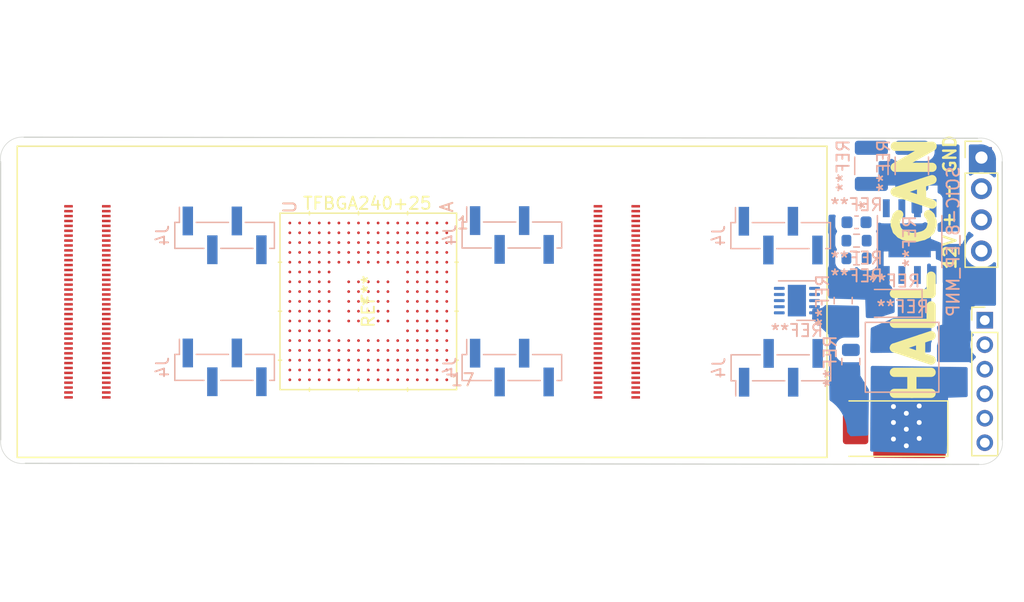
<source format=kicad_pcb>
(kicad_pcb (version 20211014) (generator pcbnew)
  (layers (0 "F.Cu" signal) (31 "B.Cu" signal) (34 "B.Paste" user) (35 "F.Paste" user) (36 "B.SilkS" user "B.Silkscreen") (37 "F.SilkS" user "F.Silkscreen") (38 "B.Mask" user) (39 "F.Mask" user) (44 "Edge.Cuts" user))
  (net 0 "")
  (net 1 "VIN")
  (net 2 "SW")
  (net 3 "FB")
  (net 4 "DIM")
  (net 5 "EN")
  (net 6 "GND")
  (net 7 "Q")
  (net 8 "EN_LDO")
  (net 9 "BYPAS_LDO")
  (net 10 "SENSE_LDO")
  (net 11 "SWT_OUT_12V")
  (net 32 "Net-(U1-PadJ1_21)")
  (net 33 "Net-(U1-PadJ1_22)")
  (net 58 "Net-(U1-PadJ1_53)")
  (net 106 "Net-(U1-PadJ2_23)")
  (net 107 "Net-(U1-PadJ2_24)")
  (footprint "Connector_PinHeader_2.54mm:PinHeader_1x04_P2.54mm_Vertical" (layer "F.Cu") (at 182.725 82.05)
    (fp_text reference "REF**" hide)
    (fp_text value "PinHeader_1x04_P2.54mm_Vertical" hide)
    (pad "1" thru_hole rect (at 0 0) (size 1.7 1.7) (drill 1) (layers *.Cu *.Mask) (net 6 "GND"))
    (pad "2" thru_hole oval (at 0 2.54) (size 1.7 1.7) (drill 1) (layers *.Cu *.Mask))
    (pad "3" thru_hole oval (at 0 5.08) (size 1.7 1.7) (drill 1) (layers *.Cu *.Mask))
    (pad "4" thru_hole oval (at 0 7.62) (size 1.7 1.7) (drill 1) (layers *.Cu *.Mask) (net 11 "SWT_OUT_12V"))
  )
  (footprint "STSPIN32G4:MODULE_ABX00042" (layer "F.Cu") (at 137.11 93.825 -90)
    (fp_text reference "U1" hide)
    (fp_text value "ABX00042")
    (pad "" np_thru_hole circle locked (at 10.67 -30.99 270) (size 2.25 2.25) (drill 2.25) (layers F&B.Cu *.Mask) (clearance 2))
    (pad "" np_thru_hole circle locked (at -10.67 30.99 270) (size 2.25 2.25) (drill 2.25) (layers *.Cu *.Mask))
    (pad "" np_thru_hole circle locked (at 10.67 30.99 270) (size 2.25 2.25) (drill 2.25) (layers *.Cu *.Mask))
    (pad "" np_thru_hole circle locked (at -10.67 -30.99 270) (size 2.25 2.25) (drill 2.25) (layers *.Cu *.Mask))
    (pad "J1_1" smd rect locked (at -7.8 -17.42 270) (size 0.2 0.7) (layers "F.Cu" "F.Paste" "F.Mask"))
    (pad "J1_2" smd rect locked (at -7.8 -14.34 270) (size 0.2 0.7) (layers "F.Cu" "F.Paste" "F.Mask"))
    (pad "J1_3" smd rect locked (at -7.4 -17.42 270) (size 0.2 0.7) (layers "F.Cu" "F.Paste" "F.Mask"))
    (pad "J1_4" smd rect locked (at -7.4 -14.34 270) (size 0.2 0.7) (layers "F.Cu" "F.Paste" "F.Mask"))
    (pad "J1_5" smd rect locked (at -7 -17.42 270) (size 0.2 0.7) (layers "F.Cu" "F.Paste" "F.Mask"))
    (pad "J1_6" smd rect locked (at -7 -14.34 270) (size 0.2 0.7) (layers "F.Cu" "F.Paste" "F.Mask"))
    (pad "J1_7" smd rect locked (at -6.6 -17.42 270) (size 0.2 0.7) (layers "F.Cu" "F.Paste" "F.Mask"))
    (pad "J1_8" smd rect locked (at -6.6 -14.34 270) (size 0.2 0.7) (layers "F.Cu" "F.Paste" "F.Mask"))
    (pad "J1_9" smd rect locked (at -6.2 -17.42 270) (size 0.2 0.7) (layers "F.Cu" "F.Paste" "F.Mask"))
    (pad "J1_10" smd rect locked (at -6.2 -14.34 270) (size 0.2 0.7) (layers "F.Cu" "F.Paste" "F.Mask"))
    (pad "J1_11" smd rect locked (at -5.8 -17.42 270) (size 0.2 0.7) (layers "F.Cu" "F.Paste" "F.Mask"))
    (pad "J1_12" smd rect locked (at -5.8 -14.34 270) (size 0.2 0.7) (layers "F.Cu" "F.Paste" "F.Mask"))
    (pad "J1_13" smd rect locked (at -5.4 -17.42 270) (size 0.2 0.7) (layers "F.Cu" "F.Paste" "F.Mask"))
    (pad "J1_14" smd rect locked (at -5.4 -14.34 270) (size 0.2 0.7) (layers "F.Cu" "F.Paste" "F.Mask"))
    (pad "J1_15" smd rect locked (at -5 -17.42 270) (size 0.2 0.7) (layers "F.Cu" "F.Paste" "F.Mask"))
    (pad "J1_16" smd rect locked (at -5 -14.34 270) (size 0.2 0.7) (layers "F.Cu" "F.Paste" "F.Mask"))
    (pad "J1_17" smd rect locked (at -4.6 -17.42 270) (size 0.2 0.7) (layers "F.Cu" "F.Paste" "F.Mask"))
    (pad "J1_18" smd rect locked (at -4.6 -14.34 270) (size 0.2 0.7) (layers "F.Cu" "F.Paste" "F.Mask"))
    (pad "J1_19" smd rect locked (at -4.2 -17.42 270) (size 0.2 0.7) (layers "F.Cu" "F.Paste" "F.Mask"))
    (pad "J1_20" smd rect locked (at -4.2 -14.34 270) (size 0.2 0.7) (layers "F.Cu" "F.Paste" "F.Mask"))
    (pad "J1_21" smd rect locked (at -3.8 -17.42 270) (size 0.2 0.7) (layers "F.Cu" "F.Paste" "F.Mask") (net 32 "Net-(U1-PadJ1_21)"))
    (pad "J1_22" smd rect locked (at -3.8 -14.34 270) (size 0.2 0.7) (layers "F.Cu" "F.Paste" "F.Mask") (net 33 "Net-(U1-PadJ1_22)"))
    (pad "J1_23" smd rect locked (at -3.4 -17.42 270) (size 0.2 0.7) (layers "F.Cu" "F.Paste" "F.Mask"))
    (pad "J1_24" smd rect locked (at -3.4 -14.34 270) (size 0.2 0.7) (layers "F.Cu" "F.Paste" "F.Mask"))
    (pad "J1_25" smd rect locked (at -3 -17.42 270) (size 0.2 0.7) (layers "F.Cu" "F.Paste" "F.Mask"))
    (pad "J1_26" smd rect locked (at -3 -14.34 270) (size 0.2 0.7) (layers "F.Cu" "F.Paste" "F.Mask"))
    (pad "J1_27" smd rect locked (at -2.6 -17.42 270) (size 0.2 0.7) (layers "F.Cu" "F.Paste" "F.Mask"))
    (pad "J1_28" smd rect locked (at -2.6 -14.34 270) (size 0.2 0.7) (layers "F.Cu" "F.Paste" "F.Mask"))
    (pad "J1_29" smd rect locked (at -2.2 -17.42 270) (size 0.2 0.7) (layers "F.Cu" "F.Paste" "F.Mask"))
    (pad "J1_30" smd rect locked (at -2.2 -14.34 270) (size 0.2 0.7) (layers "F.Cu" "F.Paste" "F.Mask"))
    (pad "J1_31" smd rect locked (at -1.8 -17.42 270) (size 0.2 0.7) (layers "F.Cu" "F.Paste" "F.Mask") (net 33 "Net-(U1-PadJ1_22)"))
    (pad "J1_32" smd rect locked (at -1.8 -14.34 270) (size 0.2 0.7) (layers "F.Cu" "F.Paste" "F.Mask") (net 32 "Net-(U1-PadJ1_21)"))
    (pad "J1_33" smd rect locked (at -1.4 -17.42 270) (size 0.2 0.7) (layers "F.Cu" "F.Paste" "F.Mask"))
    (pad "J1_34" smd rect locked (at -1.4 -14.34 270) (size 0.2 0.7) (layers "F.Cu" "F.Paste" "F.Mask"))
    (pad "J1_35" smd rect locked (at -1 -17.42 270) (size 0.2 0.7) (layers "F.Cu" "F.Paste" "F.Mask"))
    (pad "J1_36" smd rect locked (at -1 -14.34 270) (size 0.2 0.7) (layers "F.Cu" "F.Paste" "F.Mask"))
    (pad "J1_37" smd rect locked (at -0.6 -17.42 270) (size 0.2 0.7) (layers "F.Cu" "F.Paste" "F.Mask"))
    (pad "J1_38" smd rect locked (at -0.6 -14.34 270) (size 0.2 0.7) (layers "F.Cu" "F.Paste" "F.Mask"))
    (pad "J1_39" smd rect locked (at -0.2 -17.42 270) (size 0.2 0.7) (layers "F.Cu" "F.Paste" "F.Mask"))
    (pad "J1_40" smd rect locked (at -0.2 -14.34 270) (size 0.2 0.7) (layers "F.Cu" "F.Paste" "F.Mask"))
    (pad "J1_41" smd rect locked (at 0.2 -17.42 270) (size 0.2 0.7) (layers "F.Cu" "F.Paste" "F.Mask") (net 32 "Net-(U1-PadJ1_21)"))
    (pad "J1_42" smd rect locked (at 0.2 -14.34 270) (size 0.2 0.7) (layers "F.Cu" "F.Paste" "F.Mask") (net 33 "Net-(U1-PadJ1_22)"))
    (pad "J1_43" smd rect locked (at 0.6 -17.42 270) (size 0.2 0.7) (layers "F.Cu" "F.Paste" "F.Mask"))
    (pad "J1_44" smd rect locked (at 0.6 -14.34 270) (size 0.2 0.7) (layers "F.Cu" "F.Paste" "F.Mask"))
    (pad "J1_45" smd rect locked (at 1 -17.42 270) (size 0.2 0.7) (layers "F.Cu" "F.Paste" "F.Mask"))
    (pad "J1_46" smd rect locked (at 1 -14.34 270) (size 0.2 0.7) (layers "F.Cu" "F.Paste" "F.Mask"))
    (pad "J1_47" smd rect locked (at 1.4 -17.42 270) (size 0.2 0.7) (layers "F.Cu" "F.Paste" "F.Mask") (net 33 "Net-(U1-PadJ1_22)"))
    (pad "J1_48" smd rect locked (at 1.4 -14.34 270) (size 0.2 0.7) (layers "F.Cu" "F.Paste" "F.Mask") (net 32 "Net-(U1-PadJ1_21)"))
    (pad "J1_49" smd rect locked (at 1.8 -17.42 270) (size 0.2 0.7) (layers "F.Cu" "F.Paste" "F.Mask"))
    (pad "J1_50" smd rect locked (at 1.8 -14.34 270) (size 0.2 0.7) (layers "F.Cu" "F.Paste" "F.Mask"))
    (pad "J1_51" smd rect locked (at 2.2 -17.42 270) (size 0.2 0.7) (layers "F.Cu" "F.Paste" "F.Mask"))
    (pad "J1_52" smd rect locked (at 2.2 -14.34 270) (size 0.2 0.7) (layers "F.Cu" "F.Paste" "F.Mask"))
    (pad "J1_53" smd rect locked (at 2.6 -17.42 270) (size 0.2 0.7) (layers "F.Cu" "F.Paste" "F.Mask") (net 58 "Net-(U1-PadJ1_53)"))
    (pad "J1_54" smd rect locked (at 2.6 -14.34 270) (size 0.2 0.7) (layers "F.Cu" "F.Paste" "F.Mask") (net 33 "Net-(U1-PadJ1_22)"))
    (pad "J1_55" smd rect locked (at 3 -17.42 270) (size 0.2 0.7) (layers "F.Cu" "F.Paste" "F.Mask"))
    (pad "J1_56" smd rect locked (at 3 -14.34 270) (size 0.2 0.7) (layers "F.Cu" "F.Paste" "F.Mask"))
    (pad "J1_57" smd rect locked (at 3.4 -17.42 270) (size 0.2 0.7) (layers "F.Cu" "F.Paste" "F.Mask"))
    (pad "J1_58" smd rect locked (at 3.4 -14.34 270) (size 0.2 0.7) (layers "F.Cu" "F.Paste" "F.Mask"))
    (pad "J1_59" smd rect locked (at 3.8 -17.42 270) (size 0.2 0.7) (layers "F.Cu" "F.Paste" "F.Mask"))
    (pad "J1_60" smd rect locked (at 3.8 -14.34 270) (size 0.2 0.7) (layers "F.Cu" "F.Paste" "F.Mask"))
    (pad "J1_61" smd rect locked (at 4.2 -17.42 270) (size 0.2 0.7) (layers "F.Cu" "F.Paste" "F.Mask"))
    (pad "J1_62" smd rect locked (at 4.2 -14.34 270) (size 0.2 0.7) (layers "F.Cu" "F.Paste" "F.Mask"))
    (pad "J1_63" smd rect locked (at 4.6 -17.42 270) (size 0.2 0.7) (layers "F.Cu" "F.Paste" "F.Mask"))
    (pad "J1_64" smd rect locked (at 4.6 -14.34 270) (size 0.2 0.7) (layers "F.Cu" "F.Paste" "F.Mask") (net 58 "Net-(U1-PadJ1_53)"))
    (pad "J1_65" smd rect locked (at 5 -17.42 270) (size 0.2 0.7) (layers "F.Cu" "F.Paste" "F.Mask"))
    (pad "J1_66" smd rect locked (at 5 -14.34 270) (size 0.2 0.7) (layers "F.Cu" "F.Paste" "F.Mask"))
    (pad "J1_67" smd rect locked (at 5.4 -17.42 270) (size 0.2 0.7) (layers "F.Cu" "F.Paste" "F.Mask"))
    (pad "J1_68" smd rect locked (at 5.4 -14.34 270) (size 0.2 0.7) (layers "F.Cu" "F.Paste" "F.Mask"))
    (pad "J1_69" smd rect locked (at 5.8 -17.42 270) (size 0.2 0.7) (layers "F.Cu" "F.Paste" "F.Mask"))
    (pad "J1_70" smd rect locked (at 5.8 -14.34 270) (size 0.2 0.7) (layers "F.Cu" "F.Paste" "F.Mask"))
    (pad "J1_71" smd rect locked (at 6.2 -17.42 270) (size 0.2 0.7) (layers "F.Cu" "F.Paste" "F.Mask"))
    (pad "J1_72" smd rect locked (at 6.2 -14.34 270) (size 0.2 0.7) (layers "F.Cu" "F.Paste" "F.Mask"))
    (pad "J1_73" smd rect locked (at 6.6 -17.42 270) (size 0.2 0.7) (layers "F.Cu" "F.Paste" "F.Mask"))
    (pad "J1_74" smd rect locked (at 6.6 -14.34 270) (size 0.2 0.7) (layers "F.Cu" "F.Paste" "F.Mask"))
    (pad "J1_75" smd rect locked (at 7 -17.42 270) (size 0.2 0.7) (layers "F.Cu" "F.Paste" "F.Mask"))
    (pad "J1_76" smd rect locked (at 7 -14.34 270) (size 0.2 0.7) (layers "F.Cu" "F.Paste" "F.Mask"))
    (pad "J1_77" smd rect locked (at 7.4 -17.42 270) (size 0.2 0.7) (layers "F.Cu" "F.Paste" "F.Mask"))
    (pad "J1_78" smd rect locked (at 7.4 -14.34 270) (size 0.2 0.7) (layers "F.Cu" "F.Paste" "F.Mask"))
    (pad "J1_79" smd rect locked (at 7.8 -17.42 270) (size 0.2 0.7) (layers "F.Cu" "F.Paste" "F.Mask"))
    (pad "J1_80" smd rect locked (at 7.8 -14.34 270) (size 0.2 0.7) (layers "F.Cu" "F.Paste" "F.Mask"))
    (pad "J2_1" smd rect locked (at 7.8 28.84 270) (size 0.2 0.7) (layers "F.Cu" "F.Paste" "F.Mask"))
    (pad "J2_2" smd rect locked (at 7.8 25.76 270) (size 0.2 0.7) (layers "F.Cu" "F.Paste" "F.Mask"))
    (pad "J2_3" smd rect locked (at 7.4 28.84 270) (size 0.2 0.7) (layers "F.Cu" "F.Paste" "F.Mask"))
    (pad "J2_4" smd rect locked (at 7.4 25.76 270) (size 0.2 0.7) (layers "F.Cu" "F.Paste" "F.Mask"))
    (pad "J2_5" smd rect locked (at 7 28.84 270) (size 0.2 0.7) (layers "F.Cu" "F.Paste" "F.Mask"))
    (pad "J2_6" smd rect locked (at 7 25.76 270) (size 0.2 0.7) (layers "F.Cu" "F.Paste" "F.Mask"))
    (pad "J2_7" smd rect locked (at 6.6 28.84 270) (size 0.2 0.7) (layers "F.Cu" "F.Paste" "F.Mask"))
    (pad "J2_8" smd rect locked (at 6.6 25.76 270) (size 0.2 0.7) (layers "F.Cu" "F.Paste" "F.Mask"))
    (pad "J2_9" smd rect locked (at 6.2 28.84 270) (size 0.2 0.7) (layers "F.Cu" "F.Paste" "F.Mask"))
    (pad "J2_10" smd rect locked (at 6.2 25.76 270) (size 0.2 0.7) (layers "F.Cu" "F.Paste" "F.Mask"))
    (pad "J2_11" smd rect locked (at 5.8 28.84 270) (size 0.2 0.7) (layers "F.Cu" "F.Paste" "F.Mask"))
    (pad "J2_12" smd rect locked (at 5.8 25.76 270) (size 0.2 0.7) (layers "F.Cu" "F.Paste" "F.Mask"))
    (pad "J2_13" smd rect locked (at 5.4 28.84 270) (size 0.2 0.7) (layers "F.Cu" "F.Paste" "F.Mask"))
    (pad "J2_14" smd rect locked (at 5.4 25.76 270) (size 0.2 0.7) (layers "F.Cu" "F.Paste" "F.Mask"))
    (pad "J2_15" smd rect locked (at 5 28.84 270) (size 0.2 0.7) (layers "F.Cu" "F.Paste" "F.Mask"))
    (pad "J2_16" smd rect locked (at 5 25.76 270) (size 0.2 0.7) (layers "F.Cu" "F.Paste" "F.Mask"))
    (pad "J2_17" smd rect locked (at 4.6 28.84 270) (size 0.2 0.7) (layers "F.Cu" "F.Paste" "F.Mask"))
    (pad "J2_18" smd rect locked (at 4.6 25.76 270) (size 0.2 0.7) (layers "F.Cu" "F.Paste" "F.Mask"))
    (pad "J2_19" smd rect locked (at 4.2 28.84 270) (size 0.2 0.7) (layers "F.Cu" "F.Paste" "F.Mask"))
    (pad "J2_20" smd rect locked (at 4.2 25.76 270) (size 0.2 0.7) (layers "F.Cu" "F.Paste" "F.Mask"))
    (pad "J2_21" smd rect locked (at 3.8 28.84 270) (size 0.2 0.7) (layers "F.Cu" "F.Paste" "F.Mask"))
    (pad "J2_22" smd rect locked (at 3.8 25.76 270) (size 0.2 0.7) (layers "F.Cu" "F.Paste" "F.Mask"))
    (pad "J2_23" smd rect locked (at 3.4 28.84 270) (size 0.2 0.7) (layers "F.Cu" "F.Paste" "F.Mask") (net 106 "Net-(U1-PadJ2_23)"))
    (pad "J2_24" smd rect locked (at 3.4 25.76 270) (size 0.2 0.7) (layers "F.Cu" "F.Paste" "F.Mask") (net 107 "Net-(U1-PadJ2_24)"))
    (pad "J2_25" smd rect locked (at 3 28.84 270) (size 0.2 0.7) (layers "F.Cu" "F.Paste" "F.Mask"))
    (pad "J2_26" smd rect locked (at 3 25.76 270) (size 0.2 0.7) (layers "F.Cu" "F.Paste" "F.Mask"))
    (pad "J2_27" smd rect locked (at 2.6 28.84 270) (size 0.2 0.7) (layers "F.Cu" "F.Paste" "F.Mask"))
    (pad "J2_28" smd rect locked (at 2.6 25.76 270) (size 0.2 0.7) (layers "F.Cu" "F.Paste" "F.Mask"))
    (pad "J2_29" smd rect locked (at 2.2 28.84 270) (size 0.2 0.7) (layers "F.Cu" "F.Paste" "F.Mask"))
    (pad "J2_30" smd rect locked (at 2.2 25.76 270) (size 0.2 0.7) (layers "F.Cu" "F.Paste" "F.Mask"))
    (pad "J2_31" smd rect locked (at 1.8 28.84 270) (size 0.2 0.7) (layers "F.Cu" "F.Paste" "F.Mask"))
    (pad "J2_32" smd rect locked (at 1.8 25.76 270) (size 0.2 0.7) (layers "F.Cu" "F.Paste" "F.Mask"))
    (pad "J2_33" smd rect locked (at 1.4 28.84 270) (size 0.2 0.7) (layers "F.Cu" "F.Paste" "F.Mask") (net 107 "Net-(U1-PadJ2_24)"))
    (pad "J2_34" smd rect locked (at 1.4 25.76 270) (size 0.2 0.7) (layers "F.Cu" "F.Paste" "F.Mask"))
    (pad "J2_35" smd rect locked (at 1 28.84 270) (size 0.2 0.7) (layers "F.Cu" "F.Paste" "F.Mask"))
    (pad "J2_36" smd rect locked (at 1 25.76 270) (size 0.2 0.7) (layers "F.Cu" "F.Paste" "F.Mask"))
    (pad "J2_37" smd rect locked (at 0.6 28.84 270) (size 0.2 0.7) (layers "F.Cu" "F.Paste" "F.Mask"))
    (pad "J2_38" smd rect locked (at 0.6 25.76 270) (size 0.2 0.7) (layers "F.Cu" "F.Paste" "F.Mask"))
    (pad "J2_39" smd rect locked (at 0.2 28.84 270) (size 0.2 0.7) (layers "F.Cu" "F.Paste" "F.Mask"))
    (pad "J2_40" smd rect locked (at 0.2 25.76 270) (size 0.2 0.7) (layers "F.Cu" "F.Paste" "F.Mask"))
    (pad "J2_41" smd rect locked (at -0.2 28.84 270) (size 0.2 0.7) (layers "F.Cu" "F.Paste" "F.Mask"))
    (pad "J2_42" smd rect locked (at -0.2 25.76 270) (size 0.2 0.7) (layers "F.Cu" "F.Paste" "F.Mask"))
    (pad "J2_43" smd rect locked (at -0.6 28.84 270) (size 0.2 0.7) (layers "F.Cu" "F.Paste" "F.Mask") (net 106 "Net-(U1-PadJ2_23)"))
    (pad "J2_44" smd rect locked (at -0.6 25.76 270) (size 0.2 0.7) (layers "F.Cu" "F.Paste" "F.Mask") (net 107 "Net-(U1-PadJ2_24)"))
    (pad "J2_45" smd rect locked (at -1 28.84 270) (size 0.2 0.7) (layers "F.Cu" "F.Paste" "F.Mask"))
    (pad "J2_46" smd rect locked (at -1 25.76 270) (size 0.2 0.7) (layers "F.Cu" "F.Paste" "F.Mask"))
    (pad "J2_47" smd rect locked (at -1.4 28.84 270) (size 0.2 0.7) (layers "F.Cu" "F.Paste" "F.Mask"))
    (pad "J2_48" smd rect locked (at -1.4 25.76 270) (size 0.2 0.7) (layers "F.Cu" "F.Paste" "F.Mask"))
    (pad "J2_49" smd rect locked (at -1.8 28.84 270) (size 0.2 0.7) (layers "F.Cu" "F.Paste" "F.Mask"))
    (pad "J2_50" smd rect locked (at -1.8 25.76 270) (size 0.2 0.7) (layers "F.Cu" "F.Paste" "F.Mask"))
    (pad "J2_51" smd rect locked (at -2.2 28.84 270) (size 0.2 0.7) (layers "F.Cu" "F.Paste" "F.Mask"))
    (pad "J2_52" smd rect locked (at -2.2 25.76 270) (size 0.2 0.7) (layers "F.Cu" "F.Paste" "F.Mask"))
    (pad "J2_53" smd rect locked (at -2.6 28.84 270) (size 0.2 0.7) (layers "F.Cu" "F.Paste" "F.Mask"))
    (pad "J2_54" smd rect locked (at -2.6 25.76 270) (size 0.2 0.7) (layers "F.Cu" "F.Paste" "F.Mask"))
    (pad "J2_55" smd rect locked (at -3 28.84 270) (size 0.2 0.7) (layers "F.Cu" "F.Paste" "F.Mask"))
    (pad "J2_56" smd rect locked (at -3 25.76 270) (size 0.2 0.7) (layers "F.Cu" "F.Paste" "F.Mask"))
    (pad "J2_57" smd rect locked (at -3.4 28.84 270) (size 0.2 0.7) (layers "F.Cu" "F.Paste" "F.Mask") (net 107 "Net-(U1-PadJ2_24)"))
    (pad "J2_58" smd rect locked (at -3.4 25.76 270) (size 0.2 0.7) (layers "F.Cu" "F.Paste" "F.Mask"))
    (pad "J2_59" smd rect locked (at -3.8 28.84 270) (size 0.2 0.7) (layers "F.Cu" "F.Paste" "F.Mask"))
    (pad "J2_60" smd rect locked (at -3.8 25.76 270) (size 0.2 0.7) (layers "F.Cu" "F.Paste" "F.Mask"))
    (pad "J2_61" smd rect locked (at -4.2 28.84 270) (size 0.2 0.7) (layers "F.Cu" "F.Paste" "F.Mask"))
    (pad "J2_62" smd rect locked (at -4.2 25.76 270) (size 0.2 0.7) (layers "F.Cu" "F.Paste" "F.Mask"))
    (pad "J2_63" smd rect locked (at -4.6 28.84 270) (size 0.2 0.7) (layers "F.Cu" "F.Paste" "F.Mask"))
    (pad "J2_64" smd rect locked (at -4.6 25.76 270) (size 0.2 0.7) (layers "F.Cu" "F.Paste" "F.Mask"))
    (pad "J2_65" smd rect locked (at -5 28.84 270) (size 0.2 0.7) (layers "F.Cu" "F.Paste" "F.Mask"))
    (pad "J2_66" smd rect locked (at -5 25.76 270) (size 0.2 0.7) (layers "F.Cu" "F.Paste" "F.Mask"))
    (pad "J2_67" smd rect locked (at -5.4 28.84 270) (size 0.2 0.7) (layers "F.Cu" "F.Paste" "F.Mask"))
    (pad "J2_68" smd rect locked (at -5.4 25.76 270) (size 0.2 0.7) (layers "F.Cu" "F.Paste" "F.Mask"))
    (pad "J2_69" smd rect locked (at -5.8 28.84 270) (size 0.2 0.7) (layers "F.Cu" "F.Paste" "F.Mask") (net 106 "Net-(U1-PadJ2_23)"))
    (pad "J2_70" smd rect locked (at -5.8 25.76 270) (size 0.2 0.7) (layers "F.Cu" "F.Paste" "F.Mask") (net 107 "Net-(U1-PadJ2_24)"))
    (pad "J2_71" smd rect locked (at -6.2 28.84 270) (size 0.2 0.7) (layers "F.Cu" "F.Paste" "F.Mask"))
    (pad "J2_72" smd rect locked (at -6.2 25.76 270) (size 0.2 0.7) (layers "F.Cu" "F.Paste" "F.Mask"))
    (pad "J2_73" smd rect locked (at -6.6 28.84 270) (size 0.2 0.7) (layers "F.Cu" "F.Paste" "F.Mask"))
    (pad "J2_74" smd rect locked (at -6.6 25.76 270) (size 0.2 0.7) (layers "F.Cu" "F.Paste" "F.Mask"))
    (pad "J2_75" smd rect locked (at -7 28.84 270) (size 0.2 0.7) (layers "F.Cu" "F.Paste" "F.Mask"))
    (pad "J2_76" smd rect locked (at -7 25.76 270) (size 0.2 0.7) (layers "F.Cu" "F.Paste" "F.Mask"))
    (pad "J2_77" smd rect locked (at -7.4 28.84 270) (size 0.2 0.7) (layers "F.Cu" "F.Paste" "F.Mask"))
    (pad "J2_78" smd rect locked (at -7.4 25.76 270) (size 0.2 0.7) (layers "F.Cu" "F.Paste" "F.Mask"))
    (pad "J2_79" smd rect locked (at -7.8 28.84 270) (size 0.2 0.7) (layers "F.Cu" "F.Paste" "F.Mask"))
    (pad "J2_80" smd rect locked (at -7.8 25.76 270) (size 0.2 0.7) (layers "F.Cu" "F.Paste" "F.Mask"))
    (zone (net 0) (net_name "") (layer "F.Cu") (connect_pads (clearance 0)) (min_thickness 0.01)
      (keepout (tracks not_allowed) (vias not_allowed) (pads not_allowed) (copperpour not_allowed) (footprints allowed))
      (fill (thermal_gap 0.508) (thermal_bridge_width 0.508))
      (polygon (pts (xy 111 92.725) (xy 111 92.925) (xy 110.56 92.925) (xy 110.56 92.725)))
    )
    (zone (net 0) (net_name "") (layer "F.Cu") (connect_pads (clearance 0)) (min_thickness 0.01)
      (keepout (tracks not_allowed) (vias not_allowed) (pads not_allowed) (copperpour not_allowed) (footprints allowed))
      (fill (thermal_gap 0.508) (thermal_bridge_width 0.508))
      (polygon (pts (xy 111 99.925) (xy 111 100.125) (xy 110.56 100.125) (xy 110.56 99.925)))
    )
    (zone (net 0) (net_name "") (layer "F.Cu") (connect_pads (clearance 0)) (min_thickness 0.01)
      (keepout (tracks not_allowed) (vias not_allowed) (pads not_allowed) (copperpour not_allowed) (footprints allowed))
      (fill (thermal_gap 0.508) (thermal_bridge_width 0.508))
      (polygon (pts (xy 154.18 85.925) (xy 154.18 86.125) (xy 153.74 86.125) (xy 153.74 85.925)))
    )
    (zone (net 0) (net_name "") (layer "F.Cu") (connect_pads (clearance 0)) (min_thickness 0.01)
      (keepout (tracks not_allowed) (vias not_allowed) (pads not_allowed) (copperpour not_allowed) (footprints allowed))
      (fill (thermal_gap 0.508) (thermal_bridge_width 0.508))
      (polygon (pts (xy 152.24 86.725) (xy 152.24 86.925) (xy 151.8 86.925) (xy 151.8 86.725)))
    )
    (zone (net 0) (net_name "") (layer "F.Cu") (connect_pads (clearance 0)) (min_thickness 0.01)
      (keepout (tracks not_allowed) (vias not_allowed) (pads not_allowed) (copperpour not_allowed) (footprints allowed))
      (fill (thermal_gap 0.508) (thermal_bridge_width 0.508))
      (polygon (pts (xy 111 91.125) (xy 111 91.325) (xy 110.56 91.325) (xy 110.56 91.125)))
    )
    (zone (net 0) (net_name "") (layer "F.Cu") (connect_pads (clearance 0)) (min_thickness 0.01)
      (keepout (tracks not_allowed) (vias not_allowed) (pads not_allowed) (copperpour not_allowed) (footprints allowed))
      (fill (thermal_gap 0.508) (thermal_bridge_width 0.508))
      (polygon (pts (xy 154.18 94.725) (xy 154.18 94.925) (xy 153.74 94.925) (xy 153.74 94.725)))
    )
    (zone (net 0) (net_name "") (layer "F.Cu") (connect_pads (clearance 0)) (min_thickness 0.01)
      (keepout (tracks not_allowed) (vias not_allowed) (pads not_allowed) (copperpour not_allowed) (footprints allowed))
      (fill (thermal_gap 0.508) (thermal_bridge_width 0.508))
      (polygon (pts (xy 152.24 89.525) (xy 152.24 89.725) (xy 151.8 89.725) (xy 151.8 89.525)))
    )
    (zone (net 0) (net_name "") (layer "F.Cu") (connect_pads (clearance 0)) (min_thickness 0.01)
      (keepout (tracks not_allowed) (vias not_allowed) (pads not_allowed) (copperpour not_allowed) (footprints allowed))
      (fill (thermal_gap 0.508) (thermal_bridge_width 0.508))
      (polygon (pts (xy 152.24 92.725) (xy 152.24 92.925) (xy 151.8 92.925) (xy 151.8 92.725)))
    )
    (zone (net 0) (net_name "") (layer "F.Cu") (connect_pads (clearance 0)) (min_thickness 0.01)
      (keepout (tracks not_allowed) (vias not_allowed) (pads not_allowed) (copperpour not_allowed) (footprints allowed))
      (fill (thermal_gap 0.508) (thermal_bridge_width 0.508))
      (polygon (pts (xy 154.18 93.125) (xy 154.18 93.325) (xy 153.74 93.325) (xy 153.74 93.125)))
    )
    (zone (net 0) (net_name "") (layer "F.Cu") (connect_pads (clearance 0)) (min_thickness 0.01)
      (keepout (tracks not_allowed) (vias not_allowed) (pads not_allowed) (copperpour not_allowed) (footprints allowed))
      (fill (thermal_gap 0.508) (thermal_bridge_width 0.508))
      (polygon (pts (xy 111 93.525) (xy 111 93.725) (xy 110.56 93.725) (xy 110.56 93.525)))
    )
    (zone (net 0) (net_name "") (layer "F.Cu") (connect_pads (clearance 0)) (min_thickness 0.01)
      (keepout (tracks not_allowed) (vias not_allowed) (pads not_allowed) (copperpour not_allowed) (footprints allowed))
      (fill (thermal_gap 0.508) (thermal_bridge_width 0.508))
      (polygon (pts (xy 111 95.525) (xy 111 95.725) (xy 110.56 95.725) (xy 110.56 95.525)))
    )
    (zone (net 0) (net_name "") (layer "F.Cu") (connect_pads (clearance 0)) (min_thickness 0.01)
      (keepout (tracks not_allowed) (vias not_allowed) (pads not_allowed) (copperpour not_allowed) (footprints allowed))
      (fill (thermal_gap 0.508) (thermal_bridge_width 0.508))
      (polygon (pts (xy 111 87.525) (xy 111 87.725) (xy 110.56 87.725) (xy 110.56 87.525)))
    )
    (zone (net 0) (net_name "") (layer "F.Cu") (connect_pads (clearance 0)) (min_thickness 0.01)
      (keepout (tracks not_allowed) (vias not_allowed) (pads not_allowed) (copperpour not_allowed) (footprints allowed))
      (fill (thermal_gap 0.508) (thermal_bridge_width 0.508))
      (polygon (pts (xy 152.24 87.525) (xy 152.24 87.725) (xy 151.8 87.725) (xy 151.8 87.525)))
    )
    (zone (net 0) (net_name "") (layer "F.Cu") (connect_pads (clearance 0)) (min_thickness 0.01)
      (keepout (tracks not_allowed) (vias not_allowed) (pads not_allowed) (copperpour not_allowed) (footprints allowed))
      (fill (thermal_gap 0.508) (thermal_bridge_width 0.508))
      (polygon (pts (xy 154.18 100.325) (xy 154.18 100.525) (xy 153.74 100.525) (xy 153.74 100.325)))
    )
    (zone (net 0) (net_name "") (layer "F.Cu") (connect_pads (clearance 0)) (min_thickness 0.01)
      (keepout (tracks not_allowed) (vias not_allowed) (pads not_allowed) (copperpour not_allowed) (footprints allowed))
      (fill (thermal_gap 0.508) (thermal_bridge_width 0.508))
      (polygon (pts (xy 111 95.925) (xy 111 96.125) (xy 110.56 96.125) (xy 110.56 95.925)))
    )
    (zone (net 0) (net_name "") (layer "F.Cu") (connect_pads (clearance 0)) (min_thickness 0.01)
      (keepout (tracks not_allowed) (vias not_allowed) (pads not_allowed) (copperpour not_allowed) (footprints allowed))
      (fill (thermal_gap 0.508) (thermal_bridge_width 0.508))
      (polygon (pts (xy 154.18 96.725) (xy 154.18 96.925) (xy 153.74 96.925) (xy 153.74 96.725)))
    )
    (zone (net 0) (net_name "") (layer "F.Cu") (connect_pads (clearance 0)) (min_thickness 0.01)
      (keepout (tracks not_allowed) (vias not_allowed) (pads not_allowed) (copperpour not_allowed) (footprints allowed))
      (fill (thermal_gap 0.508) (thermal_bridge_width 0.508))
      (polygon (pts (xy 109.06 91.925) (xy 109.06 92.125) (xy 108.62 92.125) (xy 108.62 91.925)))
    )
    (zone (net 0) (net_name "") (layer "F.Cu") (connect_pads (clearance 0)) (min_thickness 0.01)
      (keepout (tracks not_allowed) (vias not_allowed) (pads not_allowed) (copperpour not_allowed) (footprints allowed))
      (fill (thermal_gap 0.508) (thermal_bridge_width 0.508))
      (polygon (pts (xy 111 98.725) (xy 111 98.925) (xy 110.56 98.925) (xy 110.56 98.725)))
    )
    (zone (net 0) (net_name "") (layer "F.Cu") (connect_pads (clearance 0)) (min_thickness 0.01)
      (keepout (tracks not_allowed) (vias not_allowed) (pads not_allowed) (copperpour not_allowed) (footprints allowed))
      (fill (thermal_gap 0.508) (thermal_bridge_width 0.508))
      (polygon (pts (xy 154.18 91.925) (xy 154.18 92.125) (xy 153.74 92.125) (xy 153.74 91.925)))
    )
    (zone (net 0) (net_name "") (layer "F.Cu") (connect_pads (clearance 0)) (min_thickness 0.01)
      (keepout (tracks not_allowed) (vias not_allowed) (pads not_allowed) (copperpour not_allowed) (footprints allowed))
      (fill (thermal_gap 0.508) (thermal_bridge_width 0.508))
      (polygon (pts (xy 154.18 87.525) (xy 154.18 87.725) (xy 153.74 87.725) (xy 153.74 87.525)))
    )
    (zone (net 0) (net_name "") (layer "F.Cu") (connect_pads (clearance 0)) (min_thickness 0.01)
      (keepout (tracks not_allowed) (vias not_allowed) (pads not_allowed) (copperpour not_allowed) (footprints allowed))
      (fill (thermal_gap 0.508) (thermal_bridge_width 0.508))
      (polygon (pts (xy 152.24 97.125) (xy 152.24 97.325) (xy 151.8 97.325) (xy 151.8 97.125)))
    )
    (zone (net 0) (net_name "") (layer "F.Cu") (connect_pads (clearance 0)) (min_thickness 0.01)
      (keepout (tracks not_allowed) (vias not_allowed) (pads not_allowed) (copperpour not_allowed) (footprints allowed))
      (fill (thermal_gap 0.508) (thermal_bridge_width 0.508))
      (polygon (pts (xy 109.06 98.325) (xy 109.06 98.525) (xy 108.62 98.525) (xy 108.62 98.325)))
    )
    (zone (net 0) (net_name "") (layer "F.Cu") (connect_pads (clearance 0)) (min_thickness 0.01)
      (keepout (tracks not_allowed) (vias not_allowed) (pads not_allowed) (copperpour not_allowed) (footprints allowed))
      (fill (thermal_gap 0.508) (thermal_bridge_width 0.508))
      (polygon (pts (xy 111 95.125) (xy 111 95.325) (xy 110.56 95.325) (xy 110.56 95.125)))
    )
    (zone (net 0) (net_name "") (layer "F.Cu") (connect_pads (clearance 0)) (min_thickness 0.01)
      (keepout (tracks not_allowed) (vias not_allowed) (pads not_allowed) (copperpour not_allowed) (footprints allowed))
      (fill (thermal_gap 0.508) (thermal_bridge_width 0.508))
      (polygon (pts (xy 154.18 91.525) (xy 154.18 91.725) (xy 153.74 91.725) (xy 153.74 91.525)))
    )
    (zone (net 0) (net_name "") (layer "F.Cu") (connect_pads (clearance 0)) (min_thickness 0.01)
      (keepout (tracks not_allowed) (vias not_allowed) (pads not_allowed) (copperpour not_allowed) (footprints allowed))
      (fill (thermal_gap 0.508) (thermal_bridge_width 0.508))
      (polygon (pts (xy 152.24 90.725) (xy 152.24 90.925) (xy 151.8 90.925) (xy 151.8 90.725)))
    )
    (zone (net 0) (net_name "") (layer "F.Cu") (connect_pads (clearance 0)) (min_thickness 0.01)
      (keepout (tracks not_allowed) (vias not_allowed) (pads not_allowed) (copperpour not_allowed) (footprints allowed))
      (fill (thermal_gap 0.508) (thermal_bridge_width 0.508))
      (polygon (pts (xy 152.24 89.925) (xy 152.24 90.125) (xy 151.8 90.125) (xy 151.8 89.925)))
    )
    (zone (net 0) (net_name "") (layer "F.Cu") (connect_pads (clearance 0)) (min_thickness 0.01)
      (keepout (tracks not_allowed) (vias not_allowed) (pads not_allowed) (copperpour not_allowed) (footprints allowed))
      (fill (thermal_gap 0.508) (thermal_bridge_width 0.508))
      (polygon (pts (xy 109.06 88.325) (xy 109.06 88.525) (xy 108.62 88.525) (xy 108.62 88.325)))
    )
    (zone (net 0) (net_name "") (layer "F.Cu") (connect_pads (clearance 0)) (min_thickness 0.01)
      (keepout (tracks not_allowed) (vias not_allowed) (pads not_allowed) (copperpour not_allowed) (footprints allowed))
      (fill (thermal_gap 0.508) (thermal_bridge_width 0.508))
      (polygon (pts (xy 154.18 95.125) (xy 154.18 95.325) (xy 153.74 95.325) (xy 153.74 95.125)))
    )
    (zone (net 0) (net_name "") (layer "F.Cu") (connect_pads (clearance 0)) (min_thickness 0.01)
      (keepout (tracks not_allowed) (vias not_allowed) (pads not_allowed) (copperpour not_allowed) (footprints allowed))
      (fill (thermal_gap 0.508) (thermal_bridge_width 0.508))
      (polygon (pts (xy 109.06 89.525) (xy 109.06 89.725) (xy 108.62 89.725) (xy 108.62 89.525)))
    )
    (zone (net 0) (net_name "") (layer "F.Cu") (connect_pads (clearance 0)) (min_thickness 0.01)
      (keepout (tracks not_allowed) (vias not_allowed) (pads not_allowed) (copperpour not_allowed) (footprints allowed))
      (fill (thermal_gap 0.508) (thermal_bridge_width 0.508))
      (polygon (pts (xy 111 101.125) (xy 111 101.325) (xy 110.56 101.325) (xy 110.56 101.125)))
    )
    (zone (net 0) (net_name "") (layer "F.Cu") (connect_pads (clearance 0)) (min_thickness 0.01)
      (keepout (tracks not_allowed) (vias not_allowed) (pads not_allowed) (copperpour not_allowed) (footprints allowed))
      (fill (thermal_gap 0.508) (thermal_bridge_width 0.508))
      (polygon (pts (xy 109.06 89.125) (xy 109.06 89.325) (xy 108.62 89.325) (xy 108.62 89.125)))
    )
    (zone (net 0) (net_name "") (layer "F.Cu") (connect_pads (clearance 0)) (min_thickness 0.01)
      (keepout (tracks not_allowed) (vias not_allowed) (pads not_allowed) (copperpour not_allowed) (footprints allowed))
      (fill (thermal_gap 0.508) (thermal_bridge_width 0.508))
      (polygon (pts (xy 152.24 100.325) (xy 152.24 100.525) (xy 151.8 100.525) (xy 151.8 100.325)))
    )
    (zone (net 0) (net_name "") (layer "F.Cu") (connect_pads (clearance 0)) (min_thickness 0.01)
      (keepout (tracks not_allowed) (vias not_allowed) (pads not_allowed) (copperpour not_allowed) (footprints allowed))
      (fill (thermal_gap 0.508) (thermal_bridge_width 0.508))
      (polygon (pts (xy 111 86.725) (xy 111 86.925) (xy 110.56 86.925) (xy 110.56 86.725)))
    )
    (zone (net 0) (net_name "") (layer "F.Cu") (connect_pads (clearance 0)) (min_thickness 0.01)
      (keepout (tracks not_allowed) (vias not_allowed) (pads not_allowed) (copperpour not_allowed) (footprints allowed))
      (fill (thermal_gap 0.508) (thermal_bridge_width 0.508))
      (polygon (pts (xy 109.06 95.525) (xy 109.06 95.725) (xy 108.62 95.725) (xy 108.62 95.525)))
    )
    (zone (net 0) (net_name "") (layer "F.Cu") (connect_pads (clearance 0)) (min_thickness 0.01)
      (keepout (tracks not_allowed) (vias not_allowed) (pads not_allowed) (copperpour not_allowed) (footprints allowed))
      (fill (thermal_gap 0.508) (thermal_bridge_width 0.508))
      (polygon (pts (xy 111 101.525) (xy 111 101.725) (xy 110.56 101.725) (xy 110.56 101.525)))
    )
    (zone (net 0) (net_name "") (layer "F.Cu") (connect_pads (clearance 0)) (min_thickness 0.01)
      (keepout (tracks not_allowed) (vias not_allowed) (pads not_allowed) (copperpour not_allowed) (footprints allowed))
      (fill (thermal_gap 0.508) (thermal_bridge_width 0.508))
      (polygon (pts (xy 109.06 88.725) (xy 109.06 88.925) (xy 108.62 88.925) (xy 108.62 88.725)))
    )
    (zone (net 0) (net_name "") (layer "F.Cu") (connect_pads (clearance 0)) (min_thickness 0.01)
      (keepout (tracks not_allowed) (vias not_allowed) (pads not_allowed) (copperpour not_allowed) (footprints allowed))
      (fill (thermal_gap 0.508) (thermal_bridge_width 0.508))
      (polygon (pts (xy 111 89.125) (xy 111 89.325) (xy 110.56 89.325) (xy 110.56 89.125)))
    )
    (zone (net 0) (net_name "") (layer "F.Cu") (connect_pads (clearance 0)) (min_thickness 0.01)
      (keepout (tracks not_allowed) (vias not_allowed) (pads not_allowed) (copperpour not_allowed) (footprints allowed))
      (fill (thermal_gap 0.508) (thermal_bridge_width 0.508))
      (polygon (pts (xy 109.06 94.325) (xy 109.06 94.525) (xy 108.62 94.525) (xy 108.62 94.325)))
    )
    (zone (net 0) (net_name "") (layer "F.Cu") (connect_pads (clearance 0)) (min_thickness 0.01)
      (keepout (tracks not_allowed) (vias not_allowed) (pads not_allowed) (copperpour not_allowed) (footprints allowed))
      (fill (thermal_gap 0.508) (thermal_bridge_width 0.508))
      (polygon (pts (xy 111 96.325) (xy 111 96.525) (xy 110.56 96.525) (xy 110.56 96.325)))
    )
    (zone (net 0) (net_name "") (layer "F.Cu") (connect_pads (clearance 0)) (min_thickness 0.01)
      (keepout (tracks not_allowed) (vias not_allowed) (pads not_allowed) (copperpour not_allowed) (footprints allowed))
      (fill (thermal_gap 0.508) (thermal_bridge_width 0.508))
      (polygon (pts (xy 154.18 92.325) (xy 154.18 92.525) (xy 153.74 92.525) (xy 153.74 92.325)))
    )
    (zone (net 0) (net_name "") (layer "F.Cu") (connect_pads (clearance 0)) (min_thickness 0.01)
      (keepout (tracks not_allowed) (vias not_allowed) (pads not_allowed) (copperpour not_allowed) (footprints allowed))
      (fill (thermal_gap 0.508) (thermal_bridge_width 0.508))
      (polygon (pts (xy 152.24 88.725) (xy 152.24 88.925) (xy 151.8 88.925) (xy 151.8 88.725)))
    )
    (zone (net 0) (net_name "") (layer "F.Cu") (connect_pads (clearance 0)) (min_thickness 0.01)
      (keepout (tracks not_allowed) (vias not_allowed) (pads not_allowed) (copperpour not_allowed) (footprints allowed))
      (fill (thermal_gap 0.508) (thermal_bridge_width 0.508))
      (polygon (pts (xy 152.24 99.525) (xy 152.24 99.725) (xy 151.8 99.725) (xy 151.8 99.525)))
    )
    (zone (net 0) (net_name "") (layer "F.Cu") (connect_pads (clearance 0)) (min_thickness 0.01)
      (keepout (tracks not_allowed) (vias not_allowed) (pads not_allowed) (copperpour not_allowed) (footprints allowed))
      (fill (thermal_gap 0.508) (thermal_bridge_width 0.508))
      (polygon (pts (xy 152.24 89.125) (xy 152.24 89.325) (xy 151.8 89.325) (xy 151.8 89.125)))
    )
    (zone (net 0) (net_name "") (layer "F.Cu") (connect_pads (clearance 0)) (min_thickness 0.01)
      (keepout (tracks not_allowed) (vias not_allowed) (pads not_allowed) (copperpour not_allowed) (footprints allowed))
      (fill (thermal_gap 0.508) (thermal_bridge_width 0.508))
      (polygon (pts (xy 154.18 90.725) (xy 154.18 90.925) (xy 153.74 90.925) (xy 153.74 90.725)))
    )
    (zone (net 0) (net_name "") (layer "F.Cu") (connect_pads (clearance 0)) (min_thickness 0.01)
      (keepout (tracks not_allowed) (vias not_allowed) (pads not_allowed) (copperpour not_allowed) (footprints allowed))
      (fill (thermal_gap 0.508) (thermal_bridge_width 0.508))
      (polygon (pts (xy 154.18 88.325) (xy 154.18 88.525) (xy 153.74 88.525) (xy 153.74 88.325)))
    )
    (zone (net 0) (net_name "") (layer "F.Cu") (connect_pads (clearance 0)) (min_thickness 0.01)
      (keepout (tracks not_allowed) (vias not_allowed) (pads not_allowed) (copperpour not_allowed) (footprints allowed))
      (fill (thermal_gap 0.508) (thermal_bridge_width 0.508))
      (polygon (pts (xy 152.24 87.925) (xy 152.24 88.125) (xy 151.8 88.125) (xy 151.8 87.925)))
    )
    (zone (net 0) (net_name "") (layer "F.Cu") (connect_pads (clearance 0)) (min_thickness 0.01)
      (keepout (tracks not_allowed) (vias not_allowed) (pads not_allowed) (copperpour not_allowed) (footprints allowed))
      (fill (thermal_gap 0.508) (thermal_bridge_width 0.508))
      (polygon (pts (xy 109.06 89.925) (xy 109.06 90.125) (xy 108.62 90.125) (xy 108.62 89.925)))
    )
    (zone (net 0) (net_name "") (layer "F.Cu") (connect_pads (clearance 0)) (min_thickness 0.01)
      (keepout (tracks not_allowed) (vias not_allowed) (pads not_allowed) (copperpour not_allowed) (footprints allowed))
      (fill (thermal_gap 0.508) (thermal_bridge_width 0.508))
      (polygon (pts (xy 154.18 93.525) (xy 154.18 93.725) (xy 153.74 93.725) (xy 153.74 93.525)))
    )
    (zone (net 0) (net_name "") (layer "F.Cu") (connect_pads (clearance 0)) (min_thickness 0.01)
      (keepout (tracks not_allowed) (vias not_allowed) (pads not_allowed) (copperpour not_allowed) (footprints allowed))
      (fill (thermal_gap 0.508) (thermal_bridge_width 0.508))
      (polygon (pts (xy 109.06 92.325) (xy 109.06 92.525) (xy 108.62 92.525) (xy 108.62 92.325)))
    )
    (zone (net 0) (net_name "") (layer "F.Cu") (connect_pads (clearance 0)) (min_thickness 0.01)
      (keepout (tracks not_allowed) (vias not_allowed) (pads not_allowed) (copperpour not_allowed) (footprints allowed))
      (fill (thermal_gap 0.508) (thermal_bridge_width 0.508))
      (polygon (pts (xy 111 92.325) (xy 111 92.525) (xy 110.56 92.525) (xy 110.56 92.325)))
    )
    (zone (net 0) (net_name "") (layer "F.Cu") (connect_pads (clearance 0)) (min_thickness 0.01)
      (keepout (tracks not_allowed) (vias not_allowed) (pads not_allowed) (copperpour not_allowed) (footprints allowed))
      (fill (thermal_gap 0.508) (thermal_bridge_width 0.508))
      (polygon (pts (xy 152.24 91.925) (xy 152.24 92.125) (xy 151.8 92.125) (xy 151.8 91.925)))
    )
    (zone (net 0) (net_name "") (layer "F.Cu") (connect_pads (clearance 0)) (min_thickness 0.01)
      (keepout (tracks not_allowed) (vias not_allowed) (pads not_allowed) (copperpour not_allowed) (footprints allowed))
      (fill (thermal_gap 0.508) (thermal_bridge_width 0.508))
      (polygon (pts (xy 109.06 98.725) (xy 109.06 98.925) (xy 108.62 98.925) (xy 108.62 98.725)))
    )
    (zone (net 0) (net_name "") (layer "F.Cu") (connect_pads (clearance 0)) (min_thickness 0.01)
      (keepout (tracks not_allowed) (vias not_allowed) (pads not_allowed) (copperpour not_allowed) (footprints allowed))
      (fill (thermal_gap 0.508) (thermal_bridge_width 0.508))
      (polygon (pts (xy 152.24 88.325) (xy 152.24 88.525) (xy 151.8 88.525) (xy 151.8 88.325)))
    )
    (zone (net 0) (net_name "") (layer "F.Cu") (connect_pads (clearance 0)) (min_thickness 0.01)
      (keepout (tracks not_allowed) (vias not_allowed) (pads not_allowed) (copperpour not_allowed) (footprints allowed))
      (fill (thermal_gap 0.508) (thermal_bridge_width 0.508))
      (polygon (pts (xy 152.24 95.125) (xy 152.24 95.325) (xy 151.8 95.325) (xy 151.8 95.125)))
    )
    (zone (net 0) (net_name "") (layer "F.Cu") (connect_pads (clearance 0)) (min_thickness 0.01)
      (keepout (tracks not_allowed) (vias not_allowed) (pads not_allowed) (copperpour not_allowed) (footprints allowed))
      (fill (thermal_gap 0.508) (thermal_bridge_width 0.508))
      (polygon (pts (xy 152.24 96.725) (xy 152.24 96.925) (xy 151.8 96.925) (xy 151.8 96.725)))
    )
    (zone (net 0) (net_name "") (layer "F.Cu") (connect_pads (clearance 0)) (min_thickness 0.01)
      (keepout (tracks not_allowed) (vias not_allowed) (pads not_allowed) (copperpour not_allowed) (footprints allowed))
      (fill (thermal_gap 0.508) (thermal_bridge_width 0.508))
      (polygon (pts (xy 152.24 93.525) (xy 152.24 93.725) (xy 151.8 93.725) (xy 151.8 93.525)))
    )
    (zone (net 0) (net_name "") (layer "F.Cu") (connect_pads (clearance 0)) (min_thickness 0.01)
      (keepout (tracks not_allowed) (vias not_allowed) (pads not_allowed) (copperpour not_allowed) (footprints allowed))
      (fill (thermal_gap 0.508) (thermal_bridge_width 0.508))
      (polygon (pts (xy 152.24 91.525) (xy 152.24 91.725) (xy 151.8 91.725) (xy 151.8 91.525)))
    )
    (zone (net 0) (net_name "") (layer "F.Cu") (connect_pads (clearance 0)) (min_thickness 0.01)
      (keepout (tracks not_allowed) (vias not_allowed) (pads not_allowed) (copperpour not_allowed) (footprints allowed))
      (fill (thermal_gap 0.508) (thermal_bridge_width 0.508))
      (polygon (pts (xy 109.06 95.125) (xy 109.06 95.325) (xy 108.62 95.325) (xy 108.62 95.125)))
    )
    (zone (net 0) (net_name "") (layer "F.Cu") (connect_pads (clearance 0)) (min_thickness 0.01)
      (keepout (tracks not_allowed) (vias not_allowed) (pads not_allowed) (copperpour not_allowed) (footprints allowed))
      (fill (thermal_gap 0.508) (thermal_bridge_width 0.508))
      (polygon (pts (xy 111 89.925) (xy 111 90.125) (xy 110.56 90.125) (xy 110.56 89.925)))
    )
    (zone (net 0) (net_name "") (layer "F.Cu") (connect_pads (clearance 0)) (min_thickness 0.01)
      (keepout (tracks not_allowed) (vias not_allowed) (pads not_allowed) (copperpour not_allowed) (footprints allowed))
      (fill (thermal_gap 0.508) (thermal_bridge_width 0.508))
      (polygon (pts (xy 109.06 86.325) (xy 109.06 86.525) (xy 108.62 86.525) (xy 108.62 86.325)))
    )
    (zone (net 0) (net_name "") (layer "F.Cu") (connect_pads (clearance 0)) (min_thickness 0.01)
      (keepout (tracks not_allowed) (vias not_allowed) (pads not_allowed) (copperpour not_allowed) (footprints allowed))
      (fill (thermal_gap 0.508) (thermal_bridge_width 0.508))
      (polygon (pts (xy 152.24 86.325) (xy 152.24 86.525) (xy 151.8 86.525) (xy 151.8 86.325)))
    )
    (zone (net 0) (net_name "") (layer "F.Cu") (connect_pads (clearance 0)) (min_thickness 0.01)
      (keepout (tracks not_allowed) (vias not_allowed) (pads not_allowed) (copperpour not_allowed) (footprints allowed))
      (fill (thermal_gap 0.508) (thermal_bridge_width 0.508))
      (polygon (pts (xy 109.06 96.725) (xy 109.06 96.925) (xy 108.62 96.925) (xy 108.62 96.725)))
    )
    (zone (net 0) (net_name "") (layer "F.Cu") (connect_pads (clearance 0)) (min_thickness 0.01)
      (keepout (tracks not_allowed) (vias not_allowed) (pads not_allowed) (copperpour not_allowed) (footprints allowed))
      (fill (thermal_gap 0.508) (thermal_bridge_width 0.508))
      (polygon (pts (xy 152.24 95.925) (xy 152.24 96.125) (xy 151.8 96.125) (xy 151.8 95.925)))
    )
    (zone (net 0) (net_name "") (layer "F.Cu") (connect_pads (clearance 0)) (min_thickness 0.01)
      (keepout (tracks not_allowed) (vias not_allowed) (pads not_allowed) (copperpour not_allowed) (footprints allowed))
      (fill (thermal_gap 0.508) (thermal_bridge_width 0.508))
      (polygon (pts (xy 154.18 98.725) (xy 154.18 98.925) (xy 153.74 98.925) (xy 153.74 98.725)))
    )
    (zone (net 0) (net_name "") (layer "F.Cu") (connect_pads (clearance 0)) (min_thickness 0.01)
      (keepout (tracks not_allowed) (vias not_allowed) (pads not_allowed) (copperpour not_allowed) (footprints allowed))
      (fill (thermal_gap 0.508) (thermal_bridge_width 0.508))
      (polygon (pts (xy 111 90.725) (xy 111 90.925) (xy 110.56 90.925) (xy 110.56 90.725)))
    )
    (zone (net 0) (net_name "") (layer "F.Cu") (connect_pads (clearance 0)) (min_thickness 0.01)
      (keepout (tracks not_allowed) (vias not_allowed) (pads not_allowed) (copperpour not_allowed) (footprints allowed))
      (fill (thermal_gap 0.508) (thermal_bridge_width 0.508))
      (polygon (pts (xy 152.24 94.325) (xy 152.24 94.525) (xy 151.8 94.525) (xy 151.8 94.325)))
    )
    (zone (net 0) (net_name "") (layer "F.Cu") (connect_pads (clearance 0)) (min_thickness 0.01)
      (keepout (tracks not_allowed) (vias not_allowed) (pads not_allowed) (copperpour not_allowed) (footprints allowed))
      (fill (thermal_gap 0.508) (thermal_bridge_width 0.508))
      (polygon (pts (xy 152.24 101.525) (xy 152.24 101.725) (xy 151.8 101.725) (xy 151.8 101.525)))
    )
    (zone (net 0) (net_name "") (layer "F.Cu") (connect_pads (clearance 0)) (min_thickness 0.01)
      (keepout (tracks not_allowed) (vias not_allowed) (pads not_allowed) (copperpour not_allowed) (footprints allowed))
      (fill (thermal_gap 0.508) (thermal_bridge_width 0.508))
      (polygon (pts (xy 111 88.325) (xy 111 88.525) (xy 110.56 88.525) (xy 110.56 88.325)))
    )
    (zone (net 0) (net_name "") (layer "F.Cu") (connect_pads (clearance 0)) (min_thickness 0.01)
      (keepout (tracks not_allowed) (vias not_allowed) (pads not_allowed) (copperpour not_allowed) (footprints allowed))
      (fill (thermal_gap 0.508) (thermal_bridge_width 0.508))
      (polygon (pts (xy 152.24 99.925) (xy 152.24 100.125) (xy 151.8 100.125) (xy 151.8 99.925)))
    )
    (zone (net 0) (net_name "") (layer "F.Cu") (connect_pads (clearance 0)) (min_thickness 0.01)
      (keepout (tracks not_allowed) (vias not_allowed) (pads not_allowed) (copperpour not_allowed) (footprints allowed))
      (fill (thermal_gap 0.508) (thermal_bridge_width 0.508))
      (polygon (pts (xy 111 98.325) (xy 111 98.525) (xy 110.56 98.525) (xy 110.56 98.325)))
    )
    (zone (net 0) (net_name "") (layer "F.Cu") (connect_pads (clearance 0)) (min_thickness 0.01)
      (keepout (tracks not_allowed) (vias not_allowed) (pads not_allowed) (copperpour not_allowed) (footprints allowed))
      (fill (thermal_gap 0.508) (thermal_bridge_width 0.508))
      (polygon (pts (xy 109.06 101.525) (xy 109.06 101.725) (xy 108.62 101.725) (xy 108.62 101.525)))
    )
    (zone (net 0) (net_name "") (layer "F.Cu") (connect_pads (clearance 0)) (min_thickness 0.01)
      (keepout (tracks not_allowed) (vias not_allowed) (pads not_allowed) (copperpour not_allowed) (footprints allowed))
      (fill (thermal_gap 0.508) (thermal_bridge_width 0.508))
      (polygon (pts (xy 109.06 99.925) (xy 109.06 100.125) (xy 108.62 100.125) (xy 108.62 99.925)))
    )
    (zone (net 0) (net_name "") (layer "F.Cu") (connect_pads (clearance 0)) (min_thickness 0.01)
      (keepout (tracks not_allowed) (vias not_allowed) (pads not_allowed) (copperpour not_allowed) (footprints allowed))
      (fill (thermal_gap 0.508) (thermal_bridge_width 0.508))
      (polygon (pts (xy 109.06 93.925) (xy 109.06 94.125) (xy 108.62 94.125) (xy 108.62 93.925)))
    )
    (zone (net 0) (net_name "") (layer "F.Cu") (connect_pads (clearance 0)) (min_thickness 0.01)
      (keepout (tracks not_allowed) (vias not_allowed) (pads not_allowed) (copperpour not_allowed) (footprints allowed))
      (fill (thermal_gap 0.508) (thermal_bridge_width 0.508))
      (polygon (pts (xy 111 93.925) (xy 111 94.125) (xy 110.56 94.125) (xy 110.56 93.925)))
    )
    (zone (net 0) (net_name "") (layer "F.Cu") (connect_pads (clearance 0)) (min_thickness 0.01)
      (keepout (tracks not_allowed) (vias not_allowed) (pads not_allowed) (copperpour not_allowed) (footprints allowed))
      (fill (thermal_gap 0.508) (thermal_bridge_width 0.508))
      (polygon (pts (xy 152.24 98.325) (xy 152.24 98.525) (xy 151.8 98.525) (xy 151.8 98.325)))
    )
    (zone (net 0) (net_name "") (layer "F.Cu") (connect_pads (clearance 0)) (min_thickness 0.01)
      (keepout (tracks not_allowed) (vias not_allowed) (pads not_allowed) (copperpour not_allowed) (footprints allowed))
      (fill (thermal_gap 0.508) (thermal_bridge_width 0.508))
      (polygon (pts (xy 109.06 86.725) (xy 109.06 86.925) (xy 108.62 86.925) (xy 108.62 86.725)))
    )
    (zone (net 0) (net_name "") (layer "F.Cu") (connect_pads (clearance 0)) (min_thickness 0.01)
      (keepout (tracks not_allowed) (vias not_allowed) (pads not_allowed) (copperpour not_allowed) (footprints allowed))
      (fill (thermal_gap 0.508) (thermal_bridge_width 0.508))
      (polygon (pts (xy 152.24 96.325) (xy 152.24 96.525) (xy 151.8 96.525) (xy 151.8 96.325)))
    )
    (zone (net 0) (net_name "") (layer "F.Cu") (connect_pads (clearance 0)) (min_thickness 0.01)
      (keepout (tracks not_allowed) (vias not_allowed) (pads not_allowed) (copperpour not_allowed) (footprints allowed))
      (fill (thermal_gap 0.508) (thermal_bridge_width 0.508))
      (polygon (pts (xy 152.24 101.125) (xy 152.24 101.325) (xy 151.8 101.325) (xy 151.8 101.125)))
    )
    (zone (net 0) (net_name "") (layer "F.Cu") (connect_pads (clearance 0)) (min_thickness 0.01)
      (keepout (tracks not_allowed) (vias not_allowed) (pads not_allowed) (copperpour not_allowed) (footprints allowed))
      (fill (thermal_gap 0.508) (thermal_bridge_width 0.508))
      (polygon (pts (xy 111 99.125) (xy 111 99.325) (xy 110.56 99.325) (xy 110.56 99.125)))
    )
    (zone (net 0) (net_name "") (layer "F.Cu") (connect_pads (clearance 0)) (min_thickness 0.01)
      (keepout (tracks not_allowed) (vias not_allowed) (pads not_allowed) (copperpour not_allowed) (footprints allowed))
      (fill (thermal_gap 0.508) (thermal_bridge_width 0.508))
      (polygon (pts (xy 109.06 90.725) (xy 109.06 90.925) (xy 108.62 90.925) (xy 108.62 90.725)))
    )
    (zone (net 0) (net_name "") (layer "F.Cu") (connect_pads (clearance 0)) (min_thickness 0.01)
      (keepout (tracks not_allowed) (vias not_allowed) (pads not_allowed) (copperpour not_allowed) (footprints allowed))
      (fill (thermal_gap 0.508) (thermal_bridge_width 0.508))
      (polygon (pts (xy 154.18 93.925) (xy 154.18 94.125) (xy 153.74 94.125) (xy 153.74 93.925)))
    )
    (zone (net 0) (net_name "") (layer "F.Cu") (connect_pads (clearance 0)) (min_thickness 0.01)
      (keepout (tracks not_allowed) (vias not_allowed) (pads not_allowed) (copperpour not_allowed) (footprints allowed))
      (fill (thermal_gap 0.508) (thermal_bridge_width 0.508))
      (polygon (pts (xy 154.18 96.325) (xy 154.18 96.525) (xy 153.74 96.525) (xy 153.74 96.325)))
    )
    (zone (net 0) (net_name "") (layer "F.Cu") (connect_pads (clearance 0)) (min_thickness 0.01)
      (keepout (tracks not_allowed) (vias not_allowed) (pads not_allowed) (copperpour not_allowed) (footprints allowed))
      (fill (thermal_gap 0.508) (thermal_bridge_width 0.508))
      (polygon (pts (xy 154.18 88.725) (xy 154.18 88.925) (xy 153.74 88.925) (xy 153.74 88.725)))
    )
    (zone (net 0) (net_name "") (layer "F.Cu") (connect_pads (clearance 0)) (min_thickness 0.01)
      (keepout (tracks not_allowed) (vias not_allowed) (pads not_allowed) (copperpour not_allowed) (footprints allowed))
      (fill (thermal_gap 0.508) (thermal_bridge_width 0.508))
      (polygon (pts (xy 109.06 97.925) (xy 109.06 98.125) (xy 108.62 98.125) (xy 108.62 97.925)))
    )
    (zone (net 0) (net_name "") (layer "F.Cu") (connect_pads (clearance 0)) (min_thickness 0.01)
      (keepout (tracks not_allowed) (vias not_allowed) (pads not_allowed) (copperpour not_allowed) (footprints allowed))
      (fill (thermal_gap 0.508) (thermal_bridge_width 0.508))
      (polygon (pts (xy 109.06 93.125) (xy 109.06 93.325) (xy 108.62 93.325) (xy 108.62 93.125)))
    )
    (zone (net 0) (net_name "") (layer "F.Cu") (connect_pads (clearance 0)) (min_thickness 0.01)
      (keepout (tracks not_allowed) (vias not_allowed) (pads not_allowed) (copperpour not_allowed) (footprints allowed))
      (fill (thermal_gap 0.508) (thermal_bridge_width 0.508))
      (polygon (pts (xy 154.18 95.525) (xy 154.18 95.725) (xy 153.74 95.725) (xy 153.74 95.525)))
    )
    (zone (net 0) (net_name "") (layer "F.Cu") (connect_pads (clearance 0)) (min_thickness 0.01)
      (keepout (tracks not_allowed) (vias not_allowed) (pads not_allowed) (copperpour not_allowed) (footprints allowed))
      (fill (thermal_gap 0.508) (thermal_bridge_width 0.508))
      (polygon (pts (xy 109.06 93.525) (xy 109.06 93.725) (xy 108.62 93.725) (xy 108.62 93.525)))
    )
    (zone (net 0) (net_name "") (layer "F.Cu") (connect_pads (clearance 0)) (min_thickness 0.01)
      (keepout (tracks not_allowed) (vias not_allowed) (pads not_allowed) (copperpour not_allowed) (footprints allowed))
      (fill (thermal_gap 0.508) (thermal_bridge_width 0.508))
      (polygon (pts (xy 154.18 87.925) (xy 154.18 88.125) (xy 153.74 88.125) (xy 153.74 87.925)))
    )
    (zone (net 0) (net_name "") (layer "F.Cu") (connect_pads (clearance 0)) (min_thickness 0.01)
      (keepout (tracks not_allowed) (vias not_allowed) (pads not_allowed) (copperpour not_allowed) (footprints allowed))
      (fill (thermal_gap 0.508) (thermal_bridge_width 0.508))
      (polygon (pts (xy 109.06 96.325) (xy 109.06 96.525) (xy 108.62 96.525) (xy 108.62 96.325)))
    )
    (zone (net 0) (net_name "") (layer "F.Cu") (connect_pads (clearance 0)) (min_thickness 0.01)
      (keepout (tracks not_allowed) (vias not_allowed) (pads not_allowed) (copperpour not_allowed) (footprints allowed))
      (fill (thermal_gap 0.508) (thermal_bridge_width 0.508))
      (polygon (pts (xy 154.18 87.125) (xy 154.18 87.325) (xy 153.74 87.325) (xy 153.74 87.125)))
    )
    (zone (net 0) (net_name "") (layer "F.Cu") (connect_pads (clearance 0)) (min_thickness 0.01)
      (keepout (tracks not_allowed) (vias not_allowed) (pads not_allowed) (copperpour not_allowed) (footprints allowed))
      (fill (thermal_gap 0.508) (thermal_bridge_width 0.508))
      (polygon (pts (xy 111 94.325) (xy 111 94.525) (xy 110.56 94.525) (xy 110.56 94.325)))
    )
    (zone (net 0) (net_name "") (layer "F.Cu") (connect_pads (clearance 0)) (min_thickness 0.01)
      (keepout (tracks not_allowed) (vias not_allowed) (pads not_allowed) (copperpour not_allowed) (footprints allowed))
      (fill (thermal_gap 0.508) (thermal_bridge_width 0.508))
      (polygon (pts (xy 109.06 90.325) (xy 109.06 90.525) (xy 108.62 90.525) (xy 108.62 90.325)))
    )
    (zone (net 0) (net_name "") (layer "F.Cu") (connect_pads (clearance 0)) (min_thickness 0.01)
      (keepout (tracks not_allowed) (vias not_allowed) (pads not_allowed) (copperpour not_allowed) (footprints allowed))
      (fill (thermal_gap 0.508) (thermal_bridge_width 0.508))
      (polygon (pts (xy 152.24 90.325) (xy 152.24 90.525) (xy 151.8 90.525) (xy 151.8 90.325)))
    )
    (zone (net 0) (net_name "") (layer "F.Cu") (connect_pads (clearance 0)) (min_thickness 0.01)
      (keepout (tracks not_allowed) (vias not_allowed) (pads not_allowed) (copperpour not_allowed) (footprints allowed))
      (fill (thermal_gap 0.508) (thermal_bridge_width 0.508))
      (polygon (pts (xy 109.06 99.125) (xy 109.06 99.325) (xy 108.62 99.325) (xy 108.62 99.125)))
    )
    (zone (net 0) (net_name "") (layer "F.Cu") (connect_pads (clearance 0)) (min_thickness 0.01)
      (keepout (tracks not_allowed) (vias not_allowed) (pads not_allowed) (copperpour not_allowed) (footprints allowed))
      (fill (thermal_gap 0.508) (thermal_bridge_width 0.508))
      (polygon (pts (xy 154.18 101.125) (xy 154.18 101.325) (xy 153.74 101.325) (xy 153.74 101.125)))
    )
    (zone (net 0) (net_name "") (layer "F.Cu") (connect_pads (clearance 0)) (min_thickness 0.01)
      (keepout (tracks not_allowed) (vias not_allowed) (pads not_allowed) (copperpour not_allowed) (footprints allowed))
      (fill (thermal_gap 0.508) (thermal_bridge_width 0.508))
      (polygon (pts (xy 152.24 99.125) (xy 152.24 99.325) (xy 151.8 99.325) (xy 151.8 99.125)))
    )
    (zone (net 0) (net_name "") (layer "F.Cu") (connect_pads (clearance 0)) (min_thickness 0.01)
      (keepout (tracks not_allowed) (vias not_allowed) (pads not_allowed) (copperpour not_allowed) (footprints allowed))
      (fill (thermal_gap 0.508) (thermal_bridge_width 0.508))
      (polygon (pts (xy 154.18 90.325) (xy 154.18 90.525) (xy 153.74 90.525) (xy 153.74 90.325)))
    )
    (zone (net 0) (net_name "") (layer "F.Cu") (connect_pads (clearance 0)) (min_thickness 0.01)
      (keepout (tracks not_allowed) (vias not_allowed) (pads not_allowed) (copperpour not_allowed) (footprints allowed))
      (fill (thermal_gap 0.508) (thermal_bridge_width 0.508))
      (polygon (pts (xy 154.18 101.525) (xy 154.18 101.725) (xy 153.74 101.725) (xy 153.74 101.525)))
    )
    (zone (net 0) (net_name "") (layer "F.Cu") (connect_pads (clearance 0)) (min_thickness 0.01)
      (keepout (tracks not_allowed) (vias not_allowed) (pads not_allowed) (copperpour not_allowed) (footprints allowed))
      (fill (thermal_gap 0.508) (thermal_bridge_width 0.508))
      (polygon (pts (xy 111 93.125) (xy 111 93.325) (xy 110.56 93.325) (xy 110.56 93.125)))
    )
    (zone (net 0) (net_name "") (layer "F.Cu") (connect_pads (clearance 0)) (min_thickness 0.01)
      (keepout (tracks not_allowed) (vias not_allowed) (pads not_allowed) (copperpour not_allowed) (footprints allowed))
      (fill (thermal_gap 0.508) (thermal_bridge_width 0.508))
      (polygon (pts (xy 111 91.525) (xy 111 91.725) (xy 110.56 91.725) (xy 110.56 91.525)))
    )
    (zone (net 0) (net_name "") (layer "F.Cu") (connect_pads (clearance 0)) (min_thickness 0.01)
      (keepout (tracks not_allowed) (vias not_allowed) (pads not_allowed) (copperpour not_allowed) (footprints allowed))
      (fill (thermal_gap 0.508) (thermal_bridge_width 0.508))
      (polygon (pts (xy 152.24 94.725) (xy 152.24 94.925) (xy 151.8 94.925) (xy 151.8 94.725)))
    )
    (zone (net 0) (net_name "") (layer "F.Cu") (connect_pads (clearance 0)) (min_thickness 0.01)
      (keepout (tracks not_allowed) (vias not_allowed) (pads not_allowed) (copperpour not_allowed) (footprints allowed))
      (fill (thermal_gap 0.508) (thermal_bridge_width 0.508))
      (polygon (pts (xy 152.24 92.325) (xy 152.24 92.525) (xy 151.8 92.525) (xy 151.8 92.325)))
    )
    (zone (net 0) (net_name "") (layer "F.Cu") (connect_pads (clearance 0)) (min_thickness 0.01)
      (keepout (tracks not_allowed) (vias not_allowed) (pads not_allowed) (copperpour not_allowed) (footprints allowed))
      (fill (thermal_gap 0.508) (thermal_bridge_width 0.508))
      (polygon (pts (xy 111 88.725) (xy 111 88.925) (xy 110.56 88.925) (xy 110.56 88.725)))
    )
    (zone (net 0) (net_name "") (layer "F.Cu") (connect_pads (clearance 0)) (min_thickness 0.01)
      (keepout (tracks not_allowed) (vias not_allowed) (pads not_allowed) (copperpour not_allowed) (footprints allowed))
      (fill (thermal_gap 0.508) (thermal_bridge_width 0.508))
      (polygon (pts (xy 152.24 93.925) (xy 152.24 94.125) (xy 151.8 94.125) (xy 151.8 93.925)))
    )
    (zone (net 0) (net_name "") (layer "F.Cu") (connect_pads (clearance 0)) (min_thickness 0.01)
      (keepout (tracks not_allowed) (vias not_allowed) (pads not_allowed) (copperpour not_allowed) (footprints allowed))
      (fill (thermal_gap 0.508) (thermal_bridge_width 0.508))
      (polygon (pts (xy 154.18 89.125) (xy 154.18 89.325) (xy 153.74 89.325) (xy 153.74 89.125)))
    )
    (zone (net 0) (net_name "") (layer "F.Cu") (connect_pads (clearance 0)) (min_thickness 0.01)
      (keepout (tracks not_allowed) (vias not_allowed) (pads not_allowed) (copperpour not_allowed) (footprints allowed))
      (fill (thermal_gap 0.508) (thermal_bridge_width 0.508))
      (polygon (pts (xy 109.06 94.725) (xy 109.06 94.925) (xy 108.62 94.925) (xy 108.62 94.725)))
    )
    (zone (net 0) (net_name "") (layer "F.Cu") (connect_pads (clearance 0)) (min_thickness 0.01)
      (keepout (tracks not_allowed) (vias not_allowed) (pads not_allowed) (copperpour not_allowed) (footprints allowed))
      (fill (thermal_gap 0.508) (thermal_bridge_width 0.508))
      (polygon (pts (xy 109.06 85.925) (xy 109.06 86.125) (xy 108.62 86.125) (xy 108.62 85.925)))
    )
    (zone (net 0) (net_name "") (layer "F.Cu") (connect_pads (clearance 0)) (min_thickness 0.01)
      (keepout (tracks not_allowed) (vias not_allowed) (pads not_allowed) (copperpour not_allowed) (footprints allowed))
      (fill (thermal_gap 0.508) (thermal_bridge_width 0.508))
      (polygon (pts (xy 109.06 100.725) (xy 109.06 100.925) (xy 108.62 100.925) (xy 108.62 100.725)))
    )
    (zone (net 0) (net_name "") (layer "F.Cu") (connect_pads (clearance 0)) (min_thickness 0.01)
      (keepout (tracks not_allowed) (vias not_allowed) (pads not_allowed) (copperpour not_allowed) (footprints allowed))
      (fill (thermal_gap 0.508) (thermal_bridge_width 0.508))
      (polygon (pts (xy 109.06 87.125) (xy 109.06 87.325) (xy 108.62 87.325) (xy 108.62 87.125)))
    )
    (zone (net 0) (net_name "") (layer "F.Cu") (connect_pads (clearance 0)) (min_thickness 0.01)
      (keepout (tracks not_allowed) (vias not_allowed) (pads not_allowed) (copperpour not_allowed) (footprints allowed))
      (fill (thermal_gap 0.508) (thermal_bridge_width 0.508))
      (polygon (pts (xy 109.06 97.525) (xy 109.06 97.725) (xy 108.62 97.725) (xy 108.62 97.525)))
    )
    (zone (net 0) (net_name "") (layer "F.Cu") (connect_pads (clearance 0)) (min_thickness 0.01)
      (keepout (tracks not_allowed) (vias not_allowed) (pads not_allowed) (copperpour not_allowed) (footprints allowed))
      (fill (thermal_gap 0.508) (thermal_bridge_width 0.508))
      (polygon (pts (xy 109.06 95.925) (xy 109.06 96.125) (xy 108.62 96.125) (xy 108.62 95.925)))
    )
    (zone (net 0) (net_name "") (layer "F.Cu") (connect_pads (clearance 0)) (min_thickness 0.01)
      (keepout (tracks not_allowed) (vias not_allowed) (pads not_allowed) (copperpour not_allowed) (footprints allowed))
      (fill (thermal_gap 0.508) (thermal_bridge_width 0.508))
      (polygon (pts (xy 109.06 100.325) (xy 109.06 100.525) (xy 108.62 100.525) (xy 108.62 100.325)))
    )
    (zone (net 0) (net_name "") (layer "F.Cu") (connect_pads (clearance 0)) (min_thickness 0.01)
      (keepout (tracks not_allowed) (vias not_allowed) (pads not_allowed) (copperpour not_allowed) (footprints allowed))
      (fill (thermal_gap 0.508) (thermal_bridge_width 0.508))
      (polygon (pts (xy 154.18 92.725) (xy 154.18 92.925) (xy 153.74 92.925) (xy 153.74 92.725)))
    )
    (zone (net 0) (net_name "") (layer "F.Cu") (connect_pads (clearance 0)) (min_thickness 0.01)
      (keepout (tracks not_allowed) (vias not_allowed) (pads not_allowed) (copperpour not_allowed) (footprints allowed))
      (fill (thermal_gap 0.508) (thermal_bridge_width 0.508))
      (polygon (pts (xy 109.06 87.525) (xy 109.06 87.725) (xy 108.62 87.725) (xy 108.62 87.525)))
    )
    (zone (net 0) (net_name "") (layer "F.Cu") (connect_pads (clearance 0)) (min_thickness 0.01)
      (keepout (tracks not_allowed) (vias not_allowed) (pads not_allowed) (copperpour not_allowed) (footprints allowed))
      (fill (thermal_gap 0.508) (thermal_bridge_width 0.508))
      (polygon (pts (xy 111 94.725) (xy 111 94.925) (xy 110.56 94.925) (xy 110.56 94.725)))
    )
    (zone (net 0) (net_name "") (layer "F.Cu") (connect_pads (clearance 0)) (min_thickness 0.01)
      (keepout (tracks not_allowed) (vias not_allowed) (pads not_allowed) (copperpour not_allowed) (footprints allowed))
      (fill (thermal_gap 0.508) (thermal_bridge_width 0.508))
      (polygon (pts (xy 109.06 91.525) (xy 109.06 91.725) (xy 108.62 91.725) (xy 108.62 91.525)))
    )
    (zone (net 0) (net_name "") (layer "F.Cu") (connect_pads (clearance 0)) (min_thickness 0.01)
      (keepout (tracks not_allowed) (vias not_allowed) (pads not_allowed) (copperpour not_allowed) (footprints allowed))
      (fill (thermal_gap 0.508) (thermal_bridge_width 0.508))
      (polygon (pts (xy 154.18 99.525) (xy 154.18 99.725) (xy 153.74 99.725) (xy 153.74 99.525)))
    )
    (zone (net 0) (net_name "") (layer "F.Cu") (connect_pads (clearance 0)) (min_thickness 0.01)
      (keepout (tracks not_allowed) (vias not_allowed) (pads not_allowed) (copperpour not_allowed) (footprints allowed))
      (fill (thermal_gap 0.508) (thermal_bridge_width 0.508))
      (polygon (pts (xy 152.24 97.525) (xy 152.24 97.725) (xy 151.8 97.725) (xy 151.8 97.525)))
    )
    (zone (net 0) (net_name "") (layer "F.Cu") (connect_pads (clearance 0)) (min_thickness 0.01)
      (keepout (tracks not_allowed) (vias not_allowed) (pads not_allowed) (copperpour not_allowed) (footprints allowed))
      (fill (thermal_gap 0.508) (thermal_bridge_width 0.508))
      (polygon (pts (xy 152.24 87.125) (xy 152.24 87.325) (xy 151.8 87.325) (xy 151.8 87.125)))
    )
    (zone (net 0) (net_name "") (layer "F.Cu") (connect_pads (clearance 0)) (min_thickness 0.01)
      (keepout (tracks not_allowed) (vias not_allowed) (pads not_allowed) (copperpour not_allowed) (footprints allowed))
      (fill (thermal_gap 0.508) (thermal_bridge_width 0.508))
      (polygon (pts (xy 154.18 89.525) (xy 154.18 89.725) (xy 153.74 89.725) (xy 153.74 89.525)))
    )
    (zone (net 0) (net_name "") (layer "F.Cu") (connect_pads (clearance 0)) (min_thickness 0.01)
      (keepout (tracks not_allowed) (vias not_allowed) (pads not_allowed) (copperpour not_allowed) (footprints allowed))
      (fill (thermal_gap 0.508) (thermal_bridge_width 0.508))
      (polygon (pts (xy 154.18 99.925) (xy 154.18 100.125) (xy 153.74 100.125) (xy 153.74 99.925)))
    )
    (zone (net 0) (net_name "") (layer "F.Cu") (connect_pads (clearance 0)) (min_thickness 0.01)
      (keepout (tracks not_allowed) (vias not_allowed) (pads not_allowed) (copperpour not_allowed) (footprints allowed))
      (fill (thermal_gap 0.508) (thermal_bridge_width 0.508))
      (polygon (pts (xy 152.24 93.125) (xy 152.24 93.325) (xy 151.8 93.325) (xy 151.8 93.125)))
    )
    (zone (net 0) (net_name "") (layer "F.Cu") (connect_pads (clearance 0)) (min_thickness 0.01)
      (keepout (tracks not_allowed) (vias not_allowed) (pads not_allowed) (copperpour not_allowed) (footprints allowed))
      (fill (thermal_gap 0.508) (thermal_bridge_width 0.508))
      (polygon (pts (xy 152.24 85.925) (xy 152.24 86.125) (xy 151.8 86.125) (xy 151.8 85.925)))
    )
    (zone (net 0) (net_name "") (layer "F.Cu") (connect_pads (clearance 0)) (min_thickness 0.01)
      (keepout (tracks not_allowed) (vias not_allowed) (pads not_allowed) (copperpour not_allowed) (footprints allowed))
      (fill (thermal_gap 0.508) (thermal_bridge_width 0.508))
      (polygon (pts (xy 111 96.725) (xy 111 96.925) (xy 110.56 96.925) (xy 110.56 96.725)))
    )
    (zone (net 0) (net_name "") (layer "F.Cu") (connect_pads (clearance 0)) (min_thickness 0.01)
      (keepout (tracks not_allowed) (vias not_allowed) (pads not_allowed) (copperpour not_allowed) (footprints allowed))
      (fill (thermal_gap 0.508) (thermal_bridge_width 0.508))
      (polygon (pts (xy 154.18 97.125) (xy 154.18 97.325) (xy 153.74 97.325) (xy 153.74 97.125)))
    )
    (zone (net 0) (net_name "") (layer "F.Cu") (connect_pads (clearance 0)) (min_thickness 0.01)
      (keepout (tracks not_allowed) (vias not_allowed) (pads not_allowed) (copperpour not_allowed) (footprints allowed))
      (fill (thermal_gap 0.508) (thermal_bridge_width 0.508))
      (polygon (pts (xy 154.18 91.125) (xy 154.18 91.325) (xy 153.74 91.325) (xy 153.74 91.125)))
    )
    (zone (net 0) (net_name "") (layer "F.Cu") (connect_pads (clearance 0)) (min_thickness 0.01)
      (keepout (tracks not_allowed) (vias not_allowed) (pads not_allowed) (copperpour not_allowed) (footprints allowed))
      (fill (thermal_gap 0.508) (thermal_bridge_width 0.508))
      (polygon (pts (xy 109.06 92.725) (xy 109.06 92.925) (xy 108.62 92.925) (xy 108.62 92.725)))
    )
    (zone (net 0) (net_name "") (layer "F.Cu") (connect_pads (clearance 0)) (min_thickness 0.01)
      (keepout (tracks not_allowed) (vias not_allowed) (pads not_allowed) (copperpour not_allowed) (footprints allowed))
      (fill (thermal_gap 0.508) (thermal_bridge_width 0.508))
      (polygon (pts (xy 111 91.925) (xy 111 92.125) (xy 110.56 92.125) (xy 110.56 91.925)))
    )
    (zone (net 0) (net_name "") (layer "F.Cu") (connect_pads (clearance 0)) (min_thickness 0.01)
      (keepout (tracks not_allowed) (vias not_allowed) (pads not_allowed) (copperpour not_allowed) (footprints allowed))
      (fill (thermal_gap 0.508) (thermal_bridge_width 0.508))
      (polygon (pts (xy 152.24 100.725) (xy 152.24 100.925) (xy 151.8 100.925) (xy 151.8 100.725)))
    )
    (zone (net 0) (net_name "") (layer "F.Cu") (connect_pads (clearance 0)) (min_thickness 0.01)
      (keepout (tracks not_allowed) (vias not_allowed) (pads not_allowed) (copperpour not_allowed) (footprints allowed))
      (fill (thermal_gap 0.508) (thermal_bridge_width 0.508))
      (polygon (pts (xy 154.18 86.725) (xy 154.18 86.925) (xy 153.74 86.925) (xy 153.74 86.725)))
    )
    (zone (net 0) (net_name "") (layer "F.Cu") (connect_pads (clearance 0)) (min_thickness 0.01)
      (keepout (tracks not_allowed) (vias not_allowed) (pads not_allowed) (copperpour not_allowed) (footprints allowed))
      (fill (thermal_gap 0.508) (thermal_bridge_width 0.508))
      (polygon (pts (xy 111 85.925) (xy 111 86.125) (xy 110.56 86.125) (xy 110.56 85.925)))
    )
    (zone (net 0) (net_name "") (layer "F.Cu") (connect_pads (clearance 0)) (min_thickness 0.01)
      (keepout (tracks not_allowed) (vias not_allowed) (pads not_allowed) (copperpour not_allowed) (footprints allowed))
      (fill (thermal_gap 0.508) (thermal_bridge_width 0.508))
      (polygon (pts (xy 154.18 98.325) (xy 154.18 98.525) (xy 153.74 98.525) (xy 153.74 98.325)))
    )
    (zone (net 0) (net_name "") (layer "F.Cu") (connect_pads (clearance 0)) (min_thickness 0.01)
      (keepout (tracks not_allowed) (vias not_allowed) (pads not_allowed) (copperpour not_allowed) (footprints allowed))
      (fill (thermal_gap 0.508) (thermal_bridge_width 0.508))
      (polygon (pts (xy 152.24 95.525) (xy 152.24 95.725) (xy 151.8 95.725) (xy 151.8 95.525)))
    )
    (zone (net 0) (net_name "") (layer "F.Cu") (connect_pads (clearance 0)) (min_thickness 0.01)
      (keepout (tracks not_allowed) (vias not_allowed) (pads not_allowed) (copperpour not_allowed) (footprints allowed))
      (fill (thermal_gap 0.508) (thermal_bridge_width 0.508))
      (polygon (pts (xy 109.06 91.125) (xy 109.06 91.325) (xy 108.62 91.325) (xy 108.62 91.125)))
    )
    (zone (net 0) (net_name "") (layer "F.Cu") (connect_pads (clearance 0)) (min_thickness 0.01)
      (keepout (tracks not_allowed) (vias not_allowed) (pads not_allowed) (copperpour not_allowed) (footprints allowed))
      (fill (thermal_gap 0.508) (thermal_bridge_width 0.508))
      (polygon (pts (xy 154.18 89.925) (xy 154.18 90.125) (xy 153.74 90.125) (xy 153.74 89.925)))
    )
    (zone (net 0) (net_name "") (layer "F.Cu") (connect_pads (clearance 0)) (min_thickness 0.01)
      (keepout (tracks not_allowed) (vias not_allowed) (pads not_allowed) (copperpour not_allowed) (footprints allowed))
      (fill (thermal_gap 0.508) (thermal_bridge_width 0.508))
      (polygon (pts (xy 111 87.925) (xy 111 88.125) (xy 110.56 88.125) (xy 110.56 87.925)))
    )
    (zone (net 0) (net_name "") (layer "F.Cu") (connect_pads (clearance 0)) (min_thickness 0.01)
      (keepout (tracks not_allowed) (vias not_allowed) (pads not_allowed) (copperpour not_allowed) (footprints allowed))
      (fill (thermal_gap 0.508) (thermal_bridge_width 0.508))
      (polygon (pts (xy 111 87.125) (xy 111 87.325) (xy 110.56 87.325) (xy 110.56 87.125)))
    )
    (zone (net 0) (net_name "") (layer "F.Cu") (connect_pads (clearance 0)) (min_thickness 0.01)
      (keepout (tracks not_allowed) (vias not_allowed) (pads not_allowed) (copperpour not_allowed) (footprints allowed))
      (fill (thermal_gap 0.508) (thermal_bridge_width 0.508))
      (polygon (pts (xy 154.18 100.725) (xy 154.18 100.925) (xy 153.74 100.925) (xy 153.74 100.725)))
    )
    (zone (net 0) (net_name "") (layer "F.Cu") (connect_pads (clearance 0)) (min_thickness 0.01)
      (keepout (tracks not_allowed) (vias not_allowed) (pads not_allowed) (copperpour not_allowed) (footprints allowed))
      (fill (thermal_gap 0.508) (thermal_bridge_width 0.508))
      (polygon (pts (xy 154.18 94.325) (xy 154.18 94.525) (xy 153.74 94.525) (xy 153.74 94.325)))
    )
    (zone (net 0) (net_name "") (layer "F.Cu") (connect_pads (clearance 0)) (min_thickness 0.01)
      (keepout (tracks not_allowed) (vias not_allowed) (pads not_allowed) (copperpour not_allowed) (footprints allowed))
      (fill (thermal_gap 0.508) (thermal_bridge_width 0.508))
      (polygon (pts (xy 152.24 98.725) (xy 152.24 98.925) (xy 151.8 98.925) (xy 151.8 98.725)))
    )
    (zone (net 0) (net_name "") (layer "F.Cu") (connect_pads (clearance 0)) (min_thickness 0.01)
      (keepout (tracks not_allowed) (vias not_allowed) (pads not_allowed) (copperpour not_allowed) (footprints allowed))
      (fill (thermal_gap 0.508) (thermal_bridge_width 0.508))
      (polygon (pts (xy 154.18 99.125) (xy 154.18 99.325) (xy 153.74 99.325) (xy 153.74 99.125)))
    )
    (zone (net 0) (net_name "") (layer "F.Cu") (connect_pads (clearance 0)) (min_thickness 0.01)
      (keepout (tracks not_allowed) (vias not_allowed) (pads not_allowed) (copperpour not_allowed) (footprints allowed))
      (fill (thermal_gap 0.508) (thermal_bridge_width 0.508))
      (polygon (pts (xy 109.06 97.125) (xy 109.06 97.325) (xy 108.62 97.325) (xy 108.62 97.125)))
    )
    (zone (net 0) (net_name "") (layer "F.Cu") (connect_pads (clearance 0)) (min_thickness 0.01)
      (keepout (tracks not_allowed) (vias not_allowed) (pads not_allowed) (copperpour not_allowed) (footprints allowed))
      (fill (thermal_gap 0.508) (thermal_bridge_width 0.508))
      (polygon (pts (xy 111 86.325) (xy 111 86.525) (xy 110.56 86.525) (xy 110.56 86.325)))
    )
    (zone (net 0) (net_name "") (layer "F.Cu") (connect_pads (clearance 0)) (min_thickness 0.01)
      (keepout (tracks not_allowed) (vias not_allowed) (pads not_allowed) (copperpour not_allowed) (footprints allowed))
      (fill (thermal_gap 0.508) (thermal_bridge_width 0.508))
      (polygon (pts (xy 111 97.125) (xy 111 97.325) (xy 110.56 97.325) (xy 110.56 97.125)))
    )
    (zone (net 0) (net_name "") (layer "F.Cu") (connect_pads (clearance 0)) (min_thickness 0.01)
      (keepout (tracks not_allowed) (vias not_allowed) (pads not_allowed) (copperpour not_allowed) (footprints allowed))
      (fill (thermal_gap 0.508) (thermal_bridge_width 0.508))
      (polygon (pts (xy 109.06 101.125) (xy 109.06 101.325) (xy 108.62 101.325) (xy 108.62 101.125)))
    )
    (zone (net 0) (net_name "") (layer "F.Cu") (connect_pads (clearance 0)) (min_thickness 0.01)
      (keepout (tracks not_allowed) (vias not_allowed) (pads not_allowed) (copperpour not_allowed) (footprints allowed))
      (fill (thermal_gap 0.508) (thermal_bridge_width 0.508))
      (polygon (pts (xy 111 97.525) (xy 111 97.725) (xy 110.56 97.725) (xy 110.56 97.525)))
    )
    (zone (net 0) (net_name "") (layer "F.Cu") (connect_pads (clearance 0)) (min_thickness 0.01)
      (keepout (tracks not_allowed) (vias not_allowed) (pads not_allowed) (copperpour not_allowed) (footprints allowed))
      (fill (thermal_gap 0.508) (thermal_bridge_width 0.508))
      (polygon (pts (xy 154.18 97.525) (xy 154.18 97.725) (xy 153.74 97.725) (xy 153.74 97.525)))
    )
    (zone (net 0) (net_name "") (layer "F.Cu") (connect_pads (clearance 0)) (min_thickness 0.01)
      (keepout (tracks not_allowed) (vias not_allowed) (pads not_allowed) (copperpour not_allowed) (footprints allowed))
      (fill (thermal_gap 0.508) (thermal_bridge_width 0.508))
      (polygon (pts (xy 154.18 97.925) (xy 154.18 98.125) (xy 153.74 98.125) (xy 153.74 97.925)))
    )
    (zone (net 0) (net_name "") (layer "F.Cu") (connect_pads (clearance 0)) (min_thickness 0.01)
      (keepout (tracks not_allowed) (vias not_allowed) (pads not_allowed) (copperpour not_allowed) (footprints allowed))
      (fill (thermal_gap 0.508) (thermal_bridge_width 0.508))
      (polygon (pts (xy 152.24 97.925) (xy 152.24 98.125) (xy 151.8 98.125) (xy 151.8 97.925)))
    )
    (zone (net 0) (net_name "") (layer "F.Cu") (connect_pads (clearance 0)) (min_thickness 0.01)
      (keepout (tracks not_allowed) (vias not_allowed) (pads not_allowed) (copperpour not_allowed) (footprints allowed))
      (fill (thermal_gap 0.508) (thermal_bridge_width 0.508))
      (polygon (pts (xy 111 100.725) (xy 111 100.925) (xy 110.56 100.925) (xy 110.56 100.725)))
    )
    (zone (net 0) (net_name "") (layer "F.Cu") (connect_pads (clearance 0)) (min_thickness 0.01)
      (keepout (tracks not_allowed) (vias not_allowed) (pads not_allowed) (copperpour not_allowed) (footprints allowed))
      (fill (thermal_gap 0.508) (thermal_bridge_width 0.508))
      (polygon (pts (xy 154.18 86.325) (xy 154.18 86.525) (xy 153.74 86.525) (xy 153.74 86.325)))
    )
    (zone (net 0) (net_name "") (layer "F.Cu") (connect_pads (clearance 0)) (min_thickness 0.01)
      (keepout (tracks not_allowed) (vias not_allowed) (pads not_allowed) (copperpour not_allowed) (footprints allowed))
      (fill (thermal_gap 0.508) (thermal_bridge_width 0.508))
      (polygon (pts (xy 111 90.325) (xy 111 90.525) (xy 110.56 90.525) (xy 110.56 90.325)))
    )
    (zone (net 0) (net_name "") (layer "F.Cu") (connect_pads (clearance 0)) (min_thickness 0.01)
      (keepout (tracks not_allowed) (vias not_allowed) (pads not_allowed) (copperpour not_allowed) (footprints allowed))
      (fill (thermal_gap 0.508) (thermal_bridge_width 0.508))
      (polygon (pts (xy 109.06 99.525) (xy 109.06 99.725) (xy 108.62 99.725) (xy 108.62 99.525)))
    )
    (zone (net 0) (net_name "") (layer "F.Cu") (connect_pads (clearance 0)) (min_thickness 0.01)
      (keepout (tracks not_allowed) (vias not_allowed) (pads not_allowed) (copperpour not_allowed) (footprints allowed))
      (fill (thermal_gap 0.508) (thermal_bridge_width 0.508))
      (polygon (pts (xy 111 99.525) (xy 111 99.725) (xy 110.56 99.725) (xy 110.56 99.525)))
    )
    (zone (net 0) (net_name "") (layer "F.Cu") (connect_pads (clearance 0)) (min_thickness 0.01)
      (keepout (tracks not_allowed) (vias not_allowed) (pads not_allowed) (copperpour not_allowed) (footprints allowed))
      (fill (thermal_gap 0.508) (thermal_bridge_width 0.508))
      (polygon (pts (xy 111 100.325) (xy 111 100.525) (xy 110.56 100.525) (xy 110.56 100.325)))
    )
    (zone (net 0) (net_name "") (layer "F.Cu") (connect_pads (clearance 0)) (min_thickness 0.01)
      (keepout (tracks not_allowed) (vias not_allowed) (pads not_allowed) (copperpour not_allowed) (footprints allowed))
      (fill (thermal_gap 0.508) (thermal_bridge_width 0.508))
      (polygon (pts (xy 152.24 91.125) (xy 152.24 91.325) (xy 151.8 91.325) (xy 151.8 91.125)))
    )
    (zone (net 0) (net_name "") (layer "F.Cu") (connect_pads (clearance 0)) (min_thickness 0.01)
      (keepout (tracks not_allowed) (vias not_allowed) (pads not_allowed) (copperpour not_allowed) (footprints allowed))
      (fill (thermal_gap 0.508) (thermal_bridge_width 0.508))
      (polygon (pts (xy 109.06 87.925) (xy 109.06 88.125) (xy 108.62 88.125) (xy 108.62 87.925)))
    )
    (zone (net 0) (net_name "") (layer "F.Cu") (connect_pads (clearance 0)) (min_thickness 0.01)
      (keepout (tracks not_allowed) (vias not_allowed) (pads not_allowed) (copperpour not_allowed) (footprints allowed))
      (fill (thermal_gap 0.508) (thermal_bridge_width 0.508))
      (polygon (pts (xy 111 97.925) (xy 111 98.125) (xy 110.56 98.125) (xy 110.56 97.925)))
    )
    (zone (net 0) (net_name "") (layer "F.Cu") (connect_pads (clearance 0)) (min_thickness 0.01)
      (keepout (tracks not_allowed) (vias not_allowed) (pads not_allowed) (copperpour not_allowed) (footprints allowed))
      (fill (thermal_gap 0.508) (thermal_bridge_width 0.508))
      (polygon (pts (xy 154.18 95.925) (xy 154.18 96.125) (xy 153.74 96.125) (xy 153.74 95.925)))
    )
    (zone (net 0) (net_name "") (layer "F.Cu") (connect_pads (clearance 0)) (min_thickness 0.01)
      (keepout (tracks not_allowed) (vias not_allowed) (pads not_allowed) (copperpour not_allowed) (footprints allowed))
      (fill (thermal_gap 0.508) (thermal_bridge_width 0.508))
      (polygon (pts (xy 111 89.525) (xy 111 89.725) (xy 110.56 89.725) (xy 110.56 89.525)))
    )
  )
  (footprint "Capacitor_Tantalum_SMD:CP_EIA-7343-15_Kemet-W" (layer "F.Cu") (at 175.575 104.175 180)
    (fp_text reference "REF**" hide)
    (fp_text value "CP_EIA-7343-15_Kemet-W")
    (pad "1" smd roundrect (at -3.1125 0 180) (size 2.075 2.55) (layers "F.Cu" "F.Paste" "F.Mask") (roundrect_rratio 0.120482) (net 11 "SWT_OUT_12V"))
    (pad "2" smd roundrect (at 3.1125 0 180) (size 2.075 2.55) (layers "F.Cu" "F.Paste" "F.Mask") (roundrect_rratio 0.120482) (net 6 "GND"))
  )
  (footprint "Connector_PinHeader_2.00mm:PinHeader_1x06_P2.00mm_Vertical" (layer "F.Cu") (at 183 95.325)
    (fp_text reference "REF**" hide)
    (fp_text value "PinHeader_1x06_P2.00mm_Vertical" hide)
    (pad "1" thru_hole rect (at 0 0) (size 1.35 1.35) (drill 0.8) (layers *.Cu *.Mask))
    (pad "2" thru_hole oval (at 0 2) (size 1.35 1.35) (drill 0.8) (layers *.Cu *.Mask))
    (pad "3" thru_hole oval (at 0 4) (size 1.35 1.35) (drill 0.8) (layers *.Cu *.Mask))
    (pad "4" thru_hole oval (at 0 6) (size 1.35 1.35) (drill 0.8) (layers *.Cu *.Mask))
    (pad "5" thru_hole oval (at 0 8) (size 1.35 1.35) (drill 0.8) (layers *.Cu *.Mask))
    (pad "6" thru_hole oval (at 0 10) (size 1.35 1.35) (drill 0.8) (layers *.Cu *.Mask))
  )
  (footprint "STM32H745XGH6:STM32H745XGH6" (layer "F.Cu") (at 132.72 93.790434 -90)
    (fp_text reference "REF**" (at 0 0 90) (layer "F.SilkS"))
    (fp_text value "TFBGA240+25" (at -8.005217 0.075 180) (layer "F.SilkS"))
    (fp_text user "A" (at -7.7089 -6.399999 90) (layer "B.SilkS"))
    (fp_text user "U" (at -7.7089 6.399999 90) (layer "B.SilkS"))
    (fp_text user "1" (at -6.399999 -7.7089) (layer "B.SilkS"))
    (fp_text user "17" (at 6.399999 -7.7089) (layer "B.SilkS"))
    (fp_text user "17" (at 6.399999 -7.7089) (layer "F.SilkS"))
    (fp_text user "*" (at 0 0 90) (layer "F.SilkS"))
    (fp_text user "A" (at -7.7089 -6.399999 90) (layer "F.SilkS"))
    (fp_text user "U" (at -7.7089 6.399999 90) (layer "F.SilkS"))
    (fp_text user "1" (at -6.399999 -7.7089) (layer "F.SilkS"))
    (pad "A1" smd circle locked (at -6.399999 -6.399999 270) (size 0.2286 0.2286) (layers "F.Cu" "F.Paste" "F.Mask"))
    (pad "A2" smd circle locked (at -5.599999 -6.399999 270) (size 0.2286 0.2286) (layers "F.Cu" "F.Paste" "F.Mask"))
    (pad "A3" smd circle locked (at -4.8 -6.399999 270) (size 0.2286 0.2286) (layers "F.Cu" "F.Paste" "F.Mask"))
    (pad "A4" smd circle locked (at -4 -6.399999 270) (size 0.2286 0.2286) (layers "F.Cu" "F.Paste" "F.Mask"))
    (pad "A5" smd circle locked (at -3.2 -6.399999 270) (size 0.2286 0.2286) (layers "F.Cu" "F.Paste" "F.Mask"))
    (pad "A6" smd circle locked (at -2.4 -6.399999 270) (size 0.2286 0.2286) (layers "F.Cu" "F.Paste" "F.Mask"))
    (pad "A7" smd circle locked (at -1.6 -6.399999 270) (size 0.2286 0.2286) (layers "F.Cu" "F.Paste" "F.Mask"))
    (pad "A8" smd circle locked (at -0.8 -6.399999 270) (size 0.2286 0.2286) (layers "F.Cu" "F.Paste" "F.Mask"))
    (pad "A9" smd circle locked (at 0 -6.399999 270) (size 0.2286 0.2286) (layers "F.Cu" "F.Paste" "F.Mask"))
    (pad "A10" smd circle locked (at 0.8 -6.399999 270) (size 0.2286 0.2286) (layers "F.Cu" "F.Paste" "F.Mask"))
    (pad "A11" smd circle locked (at 1.6 -6.399999 270) (size 0.2286 0.2286) (layers "F.Cu" "F.Paste" "F.Mask"))
    (pad "A12" smd circle locked (at 2.4 -6.399999 270) (size 0.2286 0.2286) (layers "F.Cu" "F.Paste" "F.Mask"))
    (pad "A13" smd circle locked (at 3.2 -6.399999 270) (size 0.2286 0.2286) (layers "F.Cu" "F.Paste" "F.Mask"))
    (pad "A14" smd circle locked (at 3.999999 -6.399999 270) (size 0.2286 0.2286) (layers "F.Cu" "F.Paste" "F.Mask"))
    (pad "A15" smd circle locked (at 4.799999 -6.399999 270) (size 0.2286 0.2286) (layers "F.Cu" "F.Paste" "F.Mask"))
    (pad "A16" smd circle locked (at 5.599999 -6.399999 270) (size 0.2286 0.2286) (layers "F.Cu" "F.Paste" "F.Mask"))
    (pad "A17" smd circle locked (at 6.399999 -6.399999 270) (size 0.2286 0.2286) (layers "F.Cu" "F.Paste" "F.Mask"))
    (pad "B1" smd circle locked (at -6.399999 -5.599999 270) (size 0.2286 0.2286) (layers "F.Cu" "F.Paste" "F.Mask"))
    (pad "B2" smd circle locked (at -5.599999 -5.599999 270) (size 0.2286 0.2286) (layers "F.Cu" "F.Paste" "F.Mask"))
    (pad "B3" smd circle locked (at -4.8 -5.599999 270) (size 0.2286 0.2286) (layers "F.Cu" "F.Paste" "F.Mask"))
    (pad "B4" smd circle locked (at -4 -5.599999 270) (size 0.2286 0.2286) (layers "F.Cu" "F.Paste" "F.Mask"))
    (pad "B5" smd circle locked (at -3.2 -5.599999 270) (size 0.2286 0.2286) (layers "F.Cu" "F.Paste" "F.Mask"))
    (pad "B6" smd circle locked (at -2.4 -5.599999 270) (size 0.2286 0.2286) (layers "F.Cu" "F.Paste" "F.Mask"))
    (pad "B7" smd circle locked (at -1.6 -5.599999 270) (size 0.2286 0.2286) (layers "F.Cu" "F.Paste" "F.Mask"))
    (pad "B8" smd circle locked (at -0.8 -5.599999 270) (size 0.2286 0.2286) (layers "F.Cu" "F.Paste" "F.Mask"))
    (pad "B9" smd circle locked (at 0 -5.599999 270) (size 0.2286 0.2286) (layers "F.Cu" "F.Paste" "F.Mask"))
    (pad "B10" smd circle locked (at 0.8 -5.599999 270) (size 0.2286 0.2286) (layers "F.Cu" "F.Paste" "F.Mask"))
    (pad "B11" smd circle locked (at 1.6 -5.599999 270) (size 0.2286 0.2286) (layers "F.Cu" "F.Paste" "F.Mask"))
    (pad "B12" smd circle locked (at 2.4 -5.599999 270) (size 0.2286 0.2286) (layers "F.Cu" "F.Paste" "F.Mask"))
    (pad "B13" smd circle locked (at 3.2 -5.599999 270) (size 0.2286 0.2286) (layers "F.Cu" "F.Paste" "F.Mask"))
    (pad "B14" smd circle locked (at 3.999999 -5.599999 270) (size 0.2286 0.2286) (layers "F.Cu" "F.Paste" "F.Mask"))
    (pad "B15" smd circle locked (at 4.799999 -5.599999 270) (size 0.2286 0.2286) (layers "F.Cu" "F.Paste" "F.Mask"))
    (pad "B16" smd circle locked (at 5.599999 -5.599999 270) (size 0.2286 0.2286) (layers "F.Cu" "F.Paste" "F.Mask"))
    (pad "B17" smd circle locked (at 6.399999 -5.599999 270) (size 0.2286 0.2286) (layers "F.Cu" "F.Paste" "F.Mask"))
    (pad "C1" smd circle locked (at -6.399999 -4.8 270) (size 0.2286 0.2286) (layers "F.Cu" "F.Paste" "F.Mask"))
    (pad "C2" smd circle locked (at -5.599999 -4.8 270) (size 0.2286 0.2286) (layers "F.Cu" "F.Paste" "F.Mask"))
    (pad "C3" smd circle locked (at -4.8 -4.8 270) (size 0.2286 0.2286) (layers "F.Cu" "F.Paste" "F.Mask"))
    (pad "C4" smd circle locked (at -4 -4.8 270) (size 0.2286 0.2286) (layers "F.Cu" "F.Paste" "F.Mask"))
    (pad "C5" smd circle locked (at -3.2 -4.8 270) (size 0.2286 0.2286) (layers "F.Cu" "F.Paste" "F.Mask"))
    (pad "C6" smd circle locked (at -2.4 -4.8 270) (size 0.2286 0.2286) (layers "F.Cu" "F.Paste" "F.Mask"))
    (pad "C7" smd circle locked (at -1.6 -4.8 270) (size 0.2286 0.2286) (layers "F.Cu" "F.Paste" "F.Mask"))
    (pad "C8" smd circle locked (at -0.8 -4.8 270) (size 0.2286 0.2286) (layers "F.Cu" "F.Paste" "F.Mask"))
    (pad "C9" smd circle locked (at 0 -4.8 270) (size 0.2286 0.2286) (layers "F.Cu" "F.Paste" "F.Mask"))
    (pad "C10" smd circle locked (at 0.8 -4.8 270) (size 0.2286 0.2286) (layers "F.Cu" "F.Paste" "F.Mask"))
    (pad "C11" smd circle locked (at 1.6 -4.8 270) (size 0.2286 0.2286) (layers "F.Cu" "F.Paste" "F.Mask"))
    (pad "C12" smd circle locked (at 2.4 -4.8 270) (size 0.2286 0.2286) (layers "F.Cu" "F.Paste" "F.Mask"))
    (pad "C13" smd circle locked (at 3.2 -4.8 270) (size 0.2286 0.2286) (layers "F.Cu" "F.Paste" "F.Mask"))
    (pad "C14" smd circle locked (at 3.999999 -4.8 270) (size 0.2286 0.2286) (layers "F.Cu" "F.Paste" "F.Mask"))
    (pad "C15" smd circle locked (at 4.799999 -4.8 270) (size 0.2286 0.2286) (layers "F.Cu" "F.Paste" "F.Mask"))
    (pad "C16" smd circle locked (at 5.599999 -4.8 270) (size 0.2286 0.2286) (layers "F.Cu" "F.Paste" "F.Mask"))
    (pad "C17" smd circle locked (at 6.399999 -4.8 270) (size 0.2286 0.2286) (layers "F.Cu" "F.Paste" "F.Mask"))
    (pad "D1" smd circle locked (at -6.399999 -4 270) (size 0.2286 0.2286) (layers "F.Cu" "F.Paste" "F.Mask"))
    (pad "D2" smd circle locked (at -5.599999 -4 270) (size 0.2286 0.2286) (layers "F.Cu" "F.Paste" "F.Mask"))
    (pad "D3" smd circle locked (at -4.8 -4 270) (size 0.2286 0.2286) (layers "F.Cu" "F.Paste" "F.Mask"))
    (pad "D4" smd circle locked (at -4 -4 270) (size 0.2286 0.2286) (layers "F.Cu" "F.Paste" "F.Mask"))
    (pad "D5" smd circle locked (at -3.2 -4 270) (size 0.2286 0.2286) (layers "F.Cu" "F.Paste" "F.Mask"))
    (pad "D6" smd circle locked (at -2.4 -4 270) (size 0.2286 0.2286) (layers "F.Cu" "F.Paste" "F.Mask"))
    (pad "D7" smd circle locked (at -1.6 -4 270) (size 0.2286 0.2286) (layers "F.Cu" "F.Paste" "F.Mask"))
    (pad "D8" smd circle locked (at -0.8 -4 270) (size 0.2286 0.2286) (layers "F.Cu" "F.Paste" "F.Mask"))
    (pad "D9" smd circle locked (at 0 -4 270) (size 0.2286 0.2286) (layers "F.Cu" "F.Paste" "F.Mask"))
    (pad "D10" smd circle locked (at 0.8 -4 270) (size 0.2286 0.2286) (layers "F.Cu" "F.Paste" "F.Mask"))
    (pad "D11" smd circle locked (at 1.6 -4 270) (size 0.2286 0.2286) (layers "F.Cu" "F.Paste" "F.Mask"))
    (pad "D12" smd circle locked (at 2.4 -4 270) (size 0.2286 0.2286) (layers "F.Cu" "F.Paste" "F.Mask"))
    (pad "D13" smd circle locked (at 3.2 -4 270) (size 0.2286 0.2286) (layers "F.Cu" "F.Paste" "F.Mask"))
    (pad "D14" smd circle locked (at 3.999999 -4 270) (size 0.2286 0.2286) (layers "F.Cu" "F.Paste" "F.Mask"))
    (pad "D15" smd circle locked (at 4.799999 -4 270) (size 0.2286 0.2286) (layers "F.Cu" "F.Paste" "F.Mask"))
    (pad "D16" smd circle locked (at 5.599999 -4 270) (size 0.2286 0.2286) (layers "F.Cu" "F.Paste" "F.Mask"))
    (pad "D17" smd circle locked (at 6.399999 -4 270) (size 0.2286 0.2286) (layers "F.Cu" "F.Paste" "F.Mask"))
    (pad "E1" smd circle locked (at -6.399999 -3.2 270) (size 0.2286 0.2286) (layers "F.Cu" "F.Paste" "F.Mask"))
    (pad "E2" smd circle locked (at -5.599999 -3.2 270) (size 0.2286 0.2286) (layers "F.Cu" "F.Paste" "F.Mask"))
    (pad "E3" smd circle locked (at -4.8 -3.2 270) (size 0.2286 0.2286) (layers "F.Cu" "F.Paste" "F.Mask"))
    (pad "E4" smd circle locked (at -4 -3.2 270) (size 0.2286 0.2286) (layers "F.Cu" "F.Paste" "F.Mask"))
    (pad "E5" smd circle locked (at -3.2 -3.2 270) (size 0.2286 0.2286) (layers "F.Cu" "F.Paste" "F.Mask"))
    (pad "E6" smd circle locked (at -2.4 -3.2 270) (size 0.2286 0.2286) (layers "F.Cu" "F.Paste" "F.Mask"))
    (pad "E7" smd circle locked (at -1.6 -3.2 270) (size 0.2286 0.2286) (layers "F.Cu" "F.Paste" "F.Mask"))
    (pad "E8" smd circle locked (at -0.8 -3.2 270) (size 0.2286 0.2286) (layers "F.Cu" "F.Paste" "F.Mask"))
    (pad "E9" smd circle locked (at 0 -3.2 270) (size 0.2286 0.2286) (layers "F.Cu" "F.Paste" "F.Mask"))
    (pad "E10" smd circle locked (at 0.8 -3.2 270) (size 0.2286 0.2286) (layers "F.Cu" "F.Paste" "F.Mask"))
    (pad "E11" smd circle locked (at 1.6 -3.2 270) (size 0.2286 0.2286) (layers "F.Cu" "F.Paste" "F.Mask"))
    (pad "E12" smd circle locked (at 2.4 -3.2 270) (size 0.2286 0.2286) (layers "F.Cu" "F.Paste" "F.Mask"))
    (pad "E13" smd circle locked (at 3.2 -3.2 270) (size 0.2286 0.2286) (layers "F.Cu" "F.Paste" "F.Mask"))
    (pad "E14" smd circle locked (at 3.999999 -3.2 270) (size 0.2286 0.2286) (layers "F.Cu" "F.Paste" "F.Mask"))
    (pad "E15" smd circle locked (at 4.799999 -3.2 270) (size 0.2286 0.2286) (layers "F.Cu" "F.Paste" "F.Mask"))
    (pad "E16" smd circle locked (at 5.599999 -3.2 270) (size 0.2286 0.2286) (layers "F.Cu" "F.Paste" "F.Mask"))
    (pad "E17" smd circle locked (at 6.399999 -3.2 270) (size 0.2286 0.2286) (layers "F.Cu" "F.Paste" "F.Mask"))
    (pad "F1" smd circle locked (at -6.399999 -2.4 270) (size 0.2286 0.2286) (layers "F.Cu" "F.Paste" "F.Mask"))
    (pad "F2" smd circle locked (at -5.599999 -2.4 270) (size 0.2286 0.2286) (layers "F.Cu" "F.Paste" "F.Mask"))
    (pad "F3" smd circle locked (at -4.8 -2.4 270) (size 0.2286 0.2286) (layers "F.Cu" "F.Paste" "F.Mask"))
    (pad "F4" smd circle locked (at -4 -2.4 270) (size 0.2286 0.2286) (layers "F.Cu" "F.Paste" "F.Mask"))
    (pad "F5" smd circle locked (at -3.2 -2.4 270) (size 0.2286 0.2286) (layers "F.Cu" "F.Paste" "F.Mask"))
    (pad "F13" smd circle locked (at 3.2 -2.4 270) (size 0.2286 0.2286) (layers "F.Cu" "F.Paste" "F.Mask"))
    (pad "F14" smd circle locked (at 3.999999 -2.4 270) (size 0.2286 0.2286) (layers "F.Cu" "F.Paste" "F.Mask"))
    (pad "F15" smd circle locked (at 4.799999 -2.4 270) (size 0.2286 0.2286) (layers "F.Cu" "F.Paste" "F.Mask"))
    (pad "F16" smd circle locked (at 5.599999 -2.4 270) (size 0.2286 0.2286) (layers "F.Cu" "F.Paste" "F.Mask"))
    (pad "F17" smd circle locked (at 6.399999 -2.4 270) (size 0.2286 0.2286) (layers "F.Cu" "F.Paste" "F.Mask"))
    (pad "G1" smd circle locked (at -6.399999 -1.6 270) (size 0.2286 0.2286) (layers "F.Cu" "F.Paste" "F.Mask"))
    (pad "G2" smd circle locked (at -5.599999 -1.6 270) (size 0.2286 0.2286) (layers "F.Cu" "F.Paste" "F.Mask"))
    (pad "G3" smd circle locked (at -4.8 -1.6 270) (size 0.2286 0.2286) (layers "F.Cu" "F.Paste" "F.Mask"))
    (pad "G4" smd circle locked (at -4 -1.6 270) (size 0.2286 0.2286) (layers "F.Cu" "F.Paste" "F.Mask"))
    (pad "G5" smd circle locked (at -3.2 -1.6 270) (size 0.2286 0.2286) (layers "F.Cu" "F.Paste" "F.Mask"))
    (pad "G7" smd circle locked (at -1.6 -1.6 270) (size 0.2286 0.2286) (layers "F.Cu" "F.Paste" "F.Mask"))
    (pad "G8" smd circle locked (at -0.8 -1.6 270) (size 0.2286 0.2286) (layers "F.Cu" "F.Paste" "F.Mask"))
    (pad "G9" smd circle locked (at 0 -1.6 270) (size 0.2286 0.2286) (layers "F.Cu" "F.Paste" "F.Mask"))
    (pad "G10" smd circle locked (at 0.8 -1.6 270) (size 0.2286 0.2286) (layers "F.Cu" "F.Paste" "F.Mask"))
    (pad "G11" smd circle locked (at 1.6 -1.6 270) (size 0.2286 0.2286) (layers "F.Cu" "F.Paste" "F.Mask"))
    (pad "G13" smd circle locked (at 3.2 -1.6 270) (size 0.2286 0.2286) (layers "F.Cu" "F.Paste" "F.Mask"))
    (pad "G14" smd circle locked (at 3.999999 -1.6 270) (size 0.2286 0.2286) (layers "F.Cu" "F.Paste" "F.Mask"))
    (pad "G15" smd circle locked (at 4.799999 -1.6 270) (size 0.2286 0.2286) (layers "F.Cu" "F.Paste" "F.Mask"))
    (pad "G16" smd circle locked (at 5.599999 -1.6 270) (size 0.2286 0.2286) (layers "F.Cu" "F.Paste" "F.Mask"))
    (pad "G17" smd circle locked (at 6.399999 -1.6 270) (size 0.2286 0.2286) (layers "F.Cu" "F.Paste" "F.Mask"))
    (pad "H1" smd circle locked (at -6.399999 -0.8 270) (size 0.2286 0.2286) (layers "F.Cu" "F.Paste" "F.Mask"))
    (pad "H2" smd circle locked (at -5.599999 -0.8 270) (size 0.2286 0.2286) (layers "F.Cu" "F.Paste" "F.Mask"))
    (pad "H3" smd circle locked (at -4.8 -0.8 270) (size 0.2286 0.2286) (layers "F.Cu" "F.Paste" "F.Mask"))
    (pad "H4" smd circle locked (at -4 -0.8 270) (size 0.2286 0.2286) (layers "F.Cu" "F.Paste" "F.Mask"))
    (pad "H5" smd circle locked (at -3.2 -0.8 270) (size 0.2286 0.2286) (layers "F.Cu" "F.Paste" "F.Mask"))
    (pad "H7" smd circle locked (at -1.6 -0.8 270) (size 0.2286 0.2286) (layers "F.Cu" "F.Paste" "F.Mask"))
    (pad "H8" smd circle locked (at -0.8 -0.8 270) (size 0.2286 0.2286) (layers "F.Cu" "F.Paste" "F.Mask"))
    (pad "H9" smd circle locked (at 0 -0.8 270) (size 0.2286 0.2286) (layers "F.Cu" "F.Paste" "F.Mask"))
    (pad "H10" smd circle locked (at 0.8 -0.8 270) (size 0.2286 0.2286) (layers "F.Cu" "F.Paste" "F.Mask"))
    (pad "H11" smd circle locked (at 1.6 -0.8 270) (size 0.2286 0.2286) (layers "F.Cu" "F.Paste" "F.Mask"))
    (pad "H13" smd circle locked (at 3.2 -0.8 270) (size 0.2286 0.2286) (layers "F.Cu" "F.Paste" "F.Mask"))
    (pad "H14" smd circle locked (at 3.999999 -0.8 270) (size 0.2286 0.2286) (layers "F.Cu" "F.Paste" "F.Mask"))
    (pad "H15" smd circle locked (at 4.799999 -0.8 270) (size 0.2286 0.2286) (layers "F.Cu" "F.Paste" "F.Mask"))
    (pad "H16" smd circle locked (at 5.599999 -0.8 270) (size 0.2286 0.2286) (layers "F.Cu" "F.Paste" "F.Mask"))
    (pad "H17" smd circle locked (at 6.399999 -0.8 270) (size 0.2286 0.2286) (layers "F.Cu" "F.Paste" "F.Mask"))
    (pad "J1" smd circle locked (at -6.399999 0 270) (size 0.2286 0.2286) (layers "F.Cu" "F.Paste" "F.Mask"))
    (pad "J2" smd circle locked (at -5.599999 0 270) (size 0.2286 0.2286) (layers "F.Cu" "F.Paste" "F.Mask"))
    (pad "J3" smd circle locked (at -4.8 0 270) (size 0.2286 0.2286) (layers "F.Cu" "F.Paste" "F.Mask"))
    (pad "J4" smd circle locked (at -4 0 270) (size 0.2286 0.2286) (layers "F.Cu" "F.Paste" "F.Mask"))
    (pad "J5" smd circle locked (at -3.2 0 270) (size 0.2286 0.2286) (layers "F.Cu" "F.Paste" "F.Mask"))
    (pad "J7" smd circle locked (at -1.6 0 270) (size 0.2286 0.2286) (layers "F.Cu" "F.Paste" "F.Mask"))
    (pad "J8" smd circle locked (at -0.8 0 270) (size 0.2286 0.2286) (layers "F.Cu" "F.Paste" "F.Mask"))
    (pad "J9" smd circle locked (at 0 0 270) (size 0.2286 0.2286) (layers "F.Cu" "F.Paste" "F.Mask"))
    (pad "J10" smd circle locked (at 0.8 0 270) (size 0.2286 0.2286) (layers "F.Cu" "F.Paste" "F.Mask"))
    (pad "J11" smd circle locked (at 1.6 0 270) (size 0.2286 0.2286) (layers "F.Cu" "F.Paste" "F.Mask"))
    (pad "J13" smd circle locked (at 3.2 0 270) (size 0.2286 0.2286) (layers "F.Cu" "F.Paste" "F.Mask"))
    (pad "J14" smd circle locked (at 3.999999 0 270) (size 0.2286 0.2286) (layers "F.Cu" "F.Paste" "F.Mask"))
    (pad "J15" smd circle locked (at 4.799999 0 270) (size 0.2286 0.2286) (layers "F.Cu" "F.Paste" "F.Mask"))
    (pad "J16" smd circle locked (at 5.599999 0 270) (size 0.2286 0.2286) (layers "F.Cu" "F.Paste" "F.Mask"))
    (pad "J17" smd circle locked (at 6.399999 0 270) (size 0.2286 0.2286) (layers "F.Cu" "F.Paste" "F.Mask"))
    (pad "K1" smd circle locked (at -6.399999 0.8 270) (size 0.2286 0.2286) (layers "F.Cu" "F.Paste" "F.Mask"))
    (pad "K2" smd circle locked (at -5.599999 0.8 270) (size 0.2286 0.2286) (layers "F.Cu" "F.Paste" "F.Mask"))
    (pad "K3" smd circle locked (at -4.8 0.8 270) (size 0.2286 0.2286) (layers "F.Cu" "F.Paste" "F.Mask"))
    (pad "K4" smd circle locked (at -4 0.8 270) (size 0.2286 0.2286) (layers "F.Cu" "F.Paste" "F.Mask"))
    (pad "K5" smd circle locked (at -3.2 0.8 270) (size 0.2286 0.2286) (layers "F.Cu" "F.Paste" "F.Mask"))
    (pad "K7" smd circle locked (at -1.6 0.8 270) (size 0.2286 0.2286) (layers "F.Cu" "F.Paste" "F.Mask"))
    (pad "K8" smd circle locked (at -0.8 0.8 270) (size 0.2286 0.2286) (layers "F.Cu" "F.Paste" "F.Mask"))
    (pad "K9" smd circle locked (at 0 0.8 270) (size 0.2286 0.2286) (layers "F.Cu" "F.Paste" "F.Mask"))
    (pad "K10" smd circle locked (at 0.8 0.8 270) (size 0.2286 0.2286) (layers "F.Cu" "F.Paste" "F.Mask"))
    (pad "K11" smd circle locked (at 1.6 0.8 270) (size 0.2286 0.2286) (layers "F.Cu" "F.Paste" "F.Mask"))
    (pad "K13" smd circle locked (at 3.2 0.8 270) (size 0.2286 0.2286) (layers "F.Cu" "F.Paste" "F.Mask"))
    (pad "K14" smd circle locked (at 3.999999 0.8 270) (size 0.2286 0.2286) (layers "F.Cu" "F.Paste" "F.Mask"))
    (pad "K15" smd circle locked (at 4.799999 0.8 270) (size 0.2286 0.2286) (layers "F.Cu" "F.Paste" "F.Mask"))
    (pad "K16" smd circle locked (at 5.599999 0.8 270) (size 0.2286 0.2286) (layers "F.Cu" "F.Paste" "F.Mask"))
    (pad "K17" smd circle locked (at 6.399999 0.8 270) (size 0.2286 0.2286) (layers "F.Cu" "F.Paste" "F.Mask"))
    (pad "L1" smd circle locked (at -6.399999 1.6 270) (size 0.2286 0.2286) (layers "F.Cu" "F.Paste" "F.Mask"))
    (pad "L2" smd circle locked (at -5.599999 1.6 270) (size 0.2286 0.2286) (layers "F.Cu" "F.Paste" "F.Mask"))
    (pad "L3" smd circle locked (at -4.8 1.6 270) (size 0.2286 0.2286) (layers "F.Cu" "F.Paste" "F.Mask"))
    (pad "L4" smd circle locked (at -4 1.6 270) (size 0.2286 0.2286) (layers "F.Cu" "F.Paste" "F.Mask"))
    (pad "L5" smd circle locked (at -3.2 1.6 270) (size 0.2286 0.2286) (layers "F.Cu" "F.Paste" "F.Mask"))
    (pad "L7" smd circle locked (at -1.6 1.6 270) (size 0.2286 0.2286) (layers "F.Cu" "F.Paste" "F.Mask"))
    (pad "L8" smd circle locked (at -0.8 1.6 270) (size 0.2286 0.2286) (layers "F.Cu" "F.Paste" "F.Mask"))
    (pad "L9" smd circle locked (at 0 1.6 270) (size 0.2286 0.2286) (layers "F.Cu" "F.Paste" "F.Mask"))
    (pad "L10" smd circle locked (at 0.8 1.6 270) (size 0.2286 0.2286) (layers "F.Cu" "F.Paste" "F.Mask"))
    (pad "L11" smd circle locked (at 1.6 1.6 270) (size 0.2286 0.2286) (layers "F.Cu" "F.Paste" "F.Mask"))
    (pad "L13" smd circle locked (at 3.2 1.6 270) (size 0.2286 0.2286) (layers "F.Cu" "F.Paste" "F.Mask"))
    (pad "L14" smd circle locked (at 3.999999 1.6 270) (size 0.2286 0.2286) (layers "F.Cu" "F.Paste" "F.Mask"))
    (pad "L15" smd circle locked (at 4.799999 1.6 270) (size 0.2286 0.2286) (layers "F.Cu" "F.Paste" "F.Mask"))
    (pad "L16" smd circle locked (at 5.599999 1.6 270) (size 0.2286 0.2286) (layers "F.Cu" "F.Paste" "F.Mask"))
    (pad "L17" smd circle locked (at 6.399999 1.6 270) (size 0.2286 0.2286) (layers "F.Cu" "F.Paste" "F.Mask"))
    (pad "M1" smd circle locked (at -6.399999 2.4 270) (size 0.2286 0.2286) (layers "F.Cu" "F.Paste" "F.Mask"))
    (pad "M2" smd circle locked (at -5.599999 2.4 270) (size 0.2286 0.2286) (layers "F.Cu" "F.Paste" "F.Mask"))
    (pad "M3" smd circle locked (at -4.8 2.4 270) (size 0.2286 0.2286) (layers "F.Cu" "F.Paste" "F.Mask"))
    (pad "M4" smd circle locked (at -4 2.4 270) (size 0.2286 0.2286) (layers "F.Cu" "F.Paste" "F.Mask"))
    (pad "M5" smd circle locked (at -3.2 2.4 270) (size 0.2286 0.2286) (layers "F.Cu" "F.Paste" "F.Mask"))
    (pad "M13" smd circle locked (at 3.2 2.4 270) (size 0.2286 0.2286) (layers "F.Cu" "F.Paste" "F.Mask"))
    (pad "M14" smd circle locked (at 3.999999 2.4 270) (size 0.2286 0.2286) (layers "F.Cu" "F.Paste" "F.Mask"))
    (pad "M15" smd circle locked (at 4.799999 2.4 270) (size 0.2286 0.2286) (layers "F.Cu" "F.Paste" "F.Mask"))
    (pad "M16" smd circle locked (at 5.599999 2.4 270) (size 0.2286 0.2286) (layers "F.Cu" "F.Paste" "F.Mask"))
    (pad "M17" smd circle locked (at 6.399999 2.4 270) (size 0.2286 0.2286) (layers "F.Cu" "F.Paste" "F.Mask"))
    (pad "N1" smd circle locked (at -6.399999 3.2 270) (size 0.2286 0.2286) (layers "F.Cu" "F.Paste" "F.Mask"))
    (pad "N2" smd circle locked (at -5.599999 3.2 270) (size 0.2286 0.2286) (layers "F.Cu" "F.Paste" "F.Mask"))
    (pad "N3" smd circle locked (at -4.8 3.2 270) (size 0.2286 0.2286) (layers "F.Cu" "F.Paste" "F.Mask"))
    (pad "N4" smd circle locked (at -4 3.2 270) (size 0.2286 0.2286) (layers "F.Cu" "F.Paste" "F.Mask"))
    (pad "N5" smd circle locked (at -3.2 3.2 270) (size 0.2286 0.2286) (layers "F.Cu" "F.Paste" "F.Mask"))
    (pad "N6" smd circle locked (at -2.4 3.2 270) (size 0.2286 0.2286) (layers "F.Cu" "F.Paste" "F.Mask"))
    (pad "N7" smd circle locked (at -1.6 3.2 270) (size 0.2286 0.2286) (layers "F.Cu" "F.Paste" "F.Mask"))
    (pad "N8" smd circle locked (at -0.8 3.2 270) (size 0.2286 0.2286) (layers "F.Cu" "F.Paste" "F.Mask"))
    (pad "N9" smd circle locked (at 0 3.2 270) (size 0.2286 0.2286) (layers "F.Cu" "F.Paste" "F.Mask"))
    (pad "N10" smd circle locked (at 0.8 3.2 270) (size 0.2286 0.2286) (layers "F.Cu" "F.Paste" "F.Mask"))
    (pad "N11" smd circle locked (at 1.6 3.2 270) (size 0.2286 0.2286) (layers "F.Cu" "F.Paste" "F.Mask"))
    (pad "N12" smd circle locked (at 2.4 3.2 270) (size 0.2286 0.2286) (layers "F.Cu" "F.Paste" "F.Mask"))
    (pad "N13" smd circle locked (at 3.2 3.2 270) (size 0.2286 0.2286) (layers "F.Cu" "F.Paste" "F.Mask"))
    (pad "N14" smd circle locked (at 3.999999 3.2 270) (size 0.2286 0.2286) (layers "F.Cu" "F.Paste" "F.Mask"))
    (pad "N15" smd circle locked (at 4.799999 3.2 270) (size 0.2286 0.2286) (layers "F.Cu" "F.Paste" "F.Mask"))
    (pad "N16" smd circle locked (at 5.599999 3.2 270) (size 0.2286 0.2286) (layers "F.Cu" "F.Paste" "F.Mask"))
    (pad "N17" smd circle locked (at 6.399999 3.2 270) (size 0.2286 0.2286) (layers "F.Cu" "F.Paste" "F.Mask"))
    (pad "P1" smd circle locked (at -6.399999 3.999999 270) (size 0.2286 0.2286) (layers "F.Cu" "F.Paste" "F.Mask"))
    (pad "P2" smd circle locked (at -5.599999 3.999999 270) (size 0.2286 0.2286) (layers "F.Cu" "F.Paste" "F.Mask"))
    (pad "P3" smd circle locked (at -4.8 3.999999 270) (size 0.2286 0.2286) (layers "F.Cu" "F.Paste" "F.Mask"))
    (pad "P4" smd circle locked (at -4 3.999999 270) (size 0.2286 0.2286) (layers "F.Cu" "F.Paste" "F.Mask"))
    (pad "P5" smd circle locked (at -3.2 3.999999 270) (size 0.2286 0.2286) (layers "F.Cu" "F.Paste" "F.Mask"))
    (pad "P6" smd circle locked (at -2.4 3.999999 270) (size 0.2286 0.2286) (layers "F.Cu" "F.Paste" "F.Mask"))
    (pad "P7" smd circle locked (at -1.6 3.999999 270) (size 0.2286 0.2286) (layers "F.Cu" "F.Paste" "F.Mask"))
    (pad "P8" smd circle locked (at -0.8 3.999999 270) (size 0.2286 0.2286) (layers "F.Cu" "F.Paste" "F.Mask"))
    (pad "P9" smd circle locked (at 0 3.999999 270) (size 0.2286 0.2286) (layers "F.Cu" "F.Paste" "F.Mask"))
    (pad "P10" smd circle locked (at 0.8 3.999999 270) (size 0.2286 0.2286) (layers "F.Cu" "F.Paste" "F.Mask"))
    (pad "P11" smd circle locked (at 1.6 3.999999 270) (size 0.2286 0.2286) (layers "F.Cu" "F.Paste" "F.Mask"))
    (pad "P12" smd circle locked (at 2.4 3.999999 270) (size 0.2286 0.2286) (layers "F.Cu" "F.Paste" "F.Mask"))
    (pad "P13" smd circle locked (at 3.2 3.999999 270) (size 0.2286 0.2286) (layers "F.Cu" "F.Paste" "F.Mask"))
    (pad "P14" smd circle locked (at 3.999999 3.999999 270) (size 0.2286 0.2286) (layers "F.Cu" "F.Paste" "F.Mask"))
    (pad "P15" smd circle locked (at 4.799999 3.999999 270) (size 0.2286 0.2286) (layers "F.Cu" "F.Paste" "F.Mask"))
    (pad "P16" smd circle locked (at 5.599999 3.999999 270) (size 0.2286 0.2286) (layers "F.Cu" "F.Paste" "F.Mask"))
    (pad "P17" smd circle locked (at 6.399999 3.999999 270) (size 0.2286 0.2286) (layers "F.Cu" "F.Paste" "F.Mask"))
    (pad "R1" smd circle locked (at -6.399999 4.799999 270) (size 0.2286 0.2286) (layers "F.Cu" "F.Paste" "F.Mask"))
    (pad "R2" smd circle locked (at -5.599999 4.799999 270) (size 0.2286 0.2286) (layers "F.Cu" "F.Paste" "F.Mask"))
    (pad "R3" smd circle locked (at -4.8 4.799999 270) (size 0.2286 0.2286) (layers "F.Cu" "F.Paste" "F.Mask"))
    (pad "R4" smd circle locked (at -4 4.799999 270) (size 0.2286 0.2286) (layers "F.Cu" "F.Paste" "F.Mask"))
    (pad "R5" smd circle locked (at -3.2 4.799999 270) (size 0.2286 0.2286) (layers "F.Cu" "F.Paste" "F.Mask"))
    (pad "R6" smd circle locked (at -2.4 4.799999 270) (size 0.2286 0.2286) (layers "F.Cu" "F.Paste" "F.Mask"))
    (pad "R7" smd circle locked (at -1.6 4.799999 270) (size 0.2286 0.2286) (layers "F.Cu" "F.Paste" "F.Mask"))
    (pad "R8" smd circle locked (at -0.8 4.799999 270) (size 0.2286 0.2286) (layers "F.Cu" "F.Paste" "F.Mask"))
    (pad "R9" smd circle locked (at 0 4.799999 270) (size 0.2286 0.2286) (layers "F.Cu" "F.Paste" "F.Mask"))
    (pad "R10" smd circle locked (at 0.8 4.799999 270) (size 0.2286 0.2286) (layers "F.Cu" "F.Paste" "F.Mask"))
    (pad "R11" smd circle locked (at 1.6 4.799999 270) (size 0.2286 0.2286) (layers "F.Cu" "F.Paste" "F.Mask"))
    (pad "R12" smd circle locked (at 2.4 4.799999 270) (size 0.2286 0.2286) (layers "F.Cu" "F.Paste" "F.Mask"))
    (pad "R13" smd circle locked (at 3.2 4.799999 270) (size 0.2286 0.2286) (layers "F.Cu" "F.Paste" "F.Mask"))
    (pad "R14" smd circle locked (at 3.999999 4.799999 270) (size 0.2286 0.2286) (layers "F.Cu" "F.Paste" "F.Mask"))
    (pad "R15" smd circle locked (at 4.799999 4.799999 270) (size 0.2286 0.2286) (layers "F.Cu" "F.Paste" "F.Mask"))
    (pad "R16" smd circle locked (at 5.599999 4.799999 270) (size 0.2286 0.2286) (layers "F.Cu" "F.Paste" "F.Mask"))
    (pad "R17" smd circle locked (at 6.399999 4.799999 270) (size 0.2286 0.2286) (layers "F.Cu" "F.Paste" "F.Mask"))
    (pad "T1" smd circle locked (at -6.399999 5.599999 270) (size 0.2286 0.2286) (layers "F.Cu" "F.Paste" "F.Mask"))
    (pad "T2" smd circle locked (at -5.599999 5.599999 270) (size 0.2286 0.2286) (layers "F.Cu" "F.Paste" "F.Mask"))
    (pad "T3" smd circle locked (at -4.8 5.599999 270) (size 0.2286 0.2286) (layers "F.Cu" "F.Paste" "F.Mask"))
    (pad "T4" smd circle locked (at -4 5.599999 270) (size 0.2286 0.2286) (layers "F.Cu" "F.Paste" "F.Mask"))
    (pad "T5" smd circle locked (at -3.2 5.599999 270) (size 0.2286 0.2286) (layers "F.Cu" "F.Paste" "F.Mask"))
    (pad "T6" smd circle locked (at -2.4 5.599999 270) (size 0.2286 0.2286) (layers "F.Cu" "F.Paste" "F.Mask"))
    (pad "T7" smd circle locked (at -1.6 5.599999 270) (size 0.2286 0.2286) (layers "F.Cu" "F.Paste" "F.Mask"))
    (pad "T8" smd circle locked (at -0.8 5.599999 270) (size 0.2286 0.2286) (layers "F.Cu" "F.Paste" "F.Mask"))
    (pad "T9" smd circle locked (at 0 5.599999 270) (size 0.2286 0.2286) (layers "F.Cu" "F.Paste" "F.Mask"))
    (pad "T10" smd circle locked (at 0.8 5.599999 270) (size 0.2286 0.2286) (layers "F.Cu" "F.Paste" "F.Mask"))
    (pad "T11" smd circle locked (at 1.6 5.599999 270) (size 0.2286 0.2286) (layers "F.Cu" "F.Paste" "F.Mask"))
    (pad "T12" smd circle locked (at 2.4 5.599999 270) (size 0.2286 0.2286) (layers "F.Cu" "F.Paste" "F.Mask"))
    (pad "T13" smd circle locked (at 3.2 5.599999 270) (size 0.2286 0.2286) (layers "F.Cu" "F.Paste" "F.Mask"))
    (pad "T14" smd circle locked (at 3.999999 5.599999 270) (size 0.2286 0.2286) (layers "F.Cu" "F.Paste" "F.Mask"))
    (pad "T15" smd circle locked (at 4.799999 5.599999 270) (size 0.2286 0.2286) (layers "F.Cu" "F.Paste" "F.Mask"))
    (pad "T16" smd circle locked (at 5.599999 5.599999 270) (size 0.2286 0.2286) (layers "F.Cu" "F.Paste" "F.Mask"))
    (pad "T17" smd circle locked (at 6.399999 5.599999 270) (size 0.2286 0.2286) (layers "F.Cu" "F.Paste" "F.Mask"))
    (pad "U1" smd circle locked (at -6.399999 6.399999 270) (size 0.2286 0.2286) (layers "F.Cu" "F.Paste" "F.Mask"))
    (pad "U2" smd circle locked (at -5.599999 6.399999 270) (size 0.2286 0.2286) (layers "F.Cu" "F.Paste" "F.Mask"))
    (pad "U3" smd circle locked (at -4.8 6.399999 270) (size 0.2286 0.2286) (layers "F.Cu" "F.Paste" "F.Mask"))
    (pad "U4" smd circle locked (at -4 6.399999 270) (size 0.2286 0.2286) (layers "F.Cu" "F.Paste" "F.Mask"))
    (pad "U5" smd circle locked (at -3.2 6.399999 270) (size 0.2286 0.2286) (layers "F.Cu" "F.Paste" "F.Mask"))
    (pad "U6" smd circle locked (at -2.4 6.399999 270) (size 0.2286 0.2286) (layers "F.Cu" "F.Paste" "F.Mask"))
    (pad "U7" smd circle locked (at -1.6 6.399999 270) (size 0.2286 0.2286) (layers "F.Cu" "F.Paste" "F.Mask"))
    (pad "U8" smd circle locked (at -0.8 6.399999 270) (size 0.2286 0.2286) (layers "F.Cu" "F.Paste" "F.Mask"))
    (pad "U9" smd circle locked (at 0 6.399999 270) (size 0.2286 0.2286) (layers "F.Cu" "F.Paste" "F.Mask"))
    (pad "U10" smd circle locked (at 0.8 6.399999 270) (size 0.2286 0.2286) (layers "F.Cu" "F.Paste" "F.Mask"))
    (pad "U11" smd circle locked (at 1.6 6.399999 270) (size 0.2286 0.2286) (layers "F.Cu" "F.Paste" "F.Mask"))
    (pad "U12" smd circle locked (at 2.4 6.399999 270) (size 0.2286 0.2286) (layers "F.Cu" "F.Paste" "F.Mask"))
    (pad "U13" smd circle locked (at 3.2 6.399999 270) (size 0.2286 0.2286) (layers "F.Cu" "F.Paste" "F.Mask"))
    (pad "U14" smd circle locked (at 3.999999 6.399999 270) (size 0.2286 0.2286) (layers "F.Cu" "F.Paste" "F.Mask"))
    (pad "U15" smd circle locked (at 4.799999 6.399999 270) (size 0.2286 0.2286) (layers "F.Cu" "F.Paste" "F.Mask"))
    (pad "U16" smd circle locked (at 5.599999 6.399999 270) (size 0.2286 0.2286) (layers "F.Cu" "F.Paste" "F.Mask"))
    (pad "U17" smd circle locked (at 6.399999 6.399999 270) (size 0.2286 0.2286) (layers "F.Cu" "F.Paste" "F.Mask"))
  )
  (footprint "Capacitor_SMD:C_0805_2012Metric" (layer "B.Cu") (at 171.45 93.726 -90)
    (fp_text reference "REF**" (at 0 1.68 90) (layer "B.SilkS") (effects (justify mirror)))
    (fp_text value "C_0805_2012Metric")
    (pad "1" smd roundrect (at -0.95 0 270) (size 1 1.45) (layers "B.Cu" "B.Paste" "B.Mask") (net 6 "GND"))
    (pad "2" smd roundrect (at 0.95 0 270) (size 1 1.45) (layers "B.Cu" "B.Paste" "B.Mask") (net 11 "SWT_OUT_12V"))
  )
  (footprint "Connector_PinHeader_2.00mm:PinHeader_1x04_P2.00mm_Vertical_SMD_Pin1Left" (layer "B.Cu") (at 144.43 99.19 -90)
    (fp_text reference "J4" (at 0 5.06 90) (layer "B.SilkS") (effects (justify mirror)))
    (fp_text value "PinHeader_1x04_P2.00mm_Vertical_SMD_Pin1Left")
    (pad "1" smd rect (at -1.175 3 270) (size 2.35 0.85) (layers "B.Cu" "B.Paste" "B.Mask"))
    (pad "2" smd rect (at 1.175 1 270) (size 2.35 0.85) (layers "B.Cu" "B.Paste" "B.Mask"))
    (pad "3" smd rect (at -1.175 -1 270) (size 2.35 0.85) (layers "B.Cu" "B.Paste" "B.Mask"))
    (pad "4" smd rect (at 1.175 -3 270) (size 2.35 0.85) (layers "B.Cu" "B.Paste" "B.Mask"))
  )
  (footprint "MAX40056FAWA&plus_:SRP5050" (layer "B.Cu") (at 176.325 98.32 180)
    (fp_text reference "REF**" (at 0.02 4.09 unlocked) (layer "B.SilkS") (effects (justify mirror)))
    (fp_text value "SRP5050")
    (pad "1" smd roundrect (at 0 1.625 180) (size 4.7 1.25) (layers "B.Cu" "B.Paste" "B.Mask") (net 2 "SW"))
    (pad "2" smd roundrect (at 0 -1.625 180) (size 4.7 1.25) (layers "B.Cu" "B.Paste" "B.Mask") (net 11 "SWT_OUT_12V"))
  )
  (footprint "Connector_PinHeader_2.00mm:PinHeader_1x04_P2.00mm_Vertical_SMD_Pin1Left" (layer "B.Cu") (at 121 99.175 -90)
    (fp_text reference "J4" (at 0 5.06 90) (layer "B.SilkS") (effects (justify mirror)))
    (fp_text value "PinHeader_1x04_P2.00mm_Vertical_SMD_Pin1Left")
    (pad "1" smd rect (at -1.175 3 270) (size 2.35 0.85) (layers "B.Cu" "B.Paste" "B.Mask"))
    (pad "2" smd rect (at 1.175 1 270) (size 2.35 0.85) (layers "B.Cu" "B.Paste" "B.Mask"))
    (pad "3" smd rect (at -1.175 -1 270) (size 2.35 0.85) (layers "B.Cu" "B.Paste" "B.Mask"))
    (pad "4" smd rect (at 1.175 -3 270) (size 2.35 0.85) (layers "B.Cu" "B.Paste" "B.Mask"))
  )
  (footprint "MP9486AGN-Z:MP9486AGN-Z" (layer "B.Cu") (at 176.87 88.91 -90)
    (fp_text reference "REF**" (at 0 0 90) (layer "B.SilkS") (effects (justify mirror)))
    (fp_text value "SOIC-8_EP_MNP" (at 0 -3.556 90) (layer "B.SilkS") (effects (justify mirror)))
    (fp_text user "*" (at -2.97815 3.6068 90) (layer "B.SilkS") (effects (justify mirror)))
    (fp_text user "*" (at -2.97815 3.6068 90) (layer "B.SilkS") (effects (justify mirror)))
    (pad "1" smd rect locked (at -2.72415 1.905 270) (size 1.4605 0.5588) (layers "B.Cu" "B.Paste" "B.Mask") (net 3 "FB"))
    (pad "2" smd rect locked (at -2.72415 0.635 270) (size 1.4605 0.5588) (layers "B.Cu" "B.Paste" "B.Mask"))
    (pad "3" smd rect locked (at -2.72415 -0.635 270) (size 1.4605 0.5588) (layers "B.Cu" "B.Paste" "B.Mask") (net 1 "VIN"))
    (pad "4" smd rect locked (at -2.72415 -1.905 270) (size 1.4605 0.5588) (layers "B.Cu" "B.Paste" "B.Mask"))
    (pad "5" smd rect locked (at 2.72415 -1.905 270) (size 1.4605 0.5588) (layers "B.Cu" "B.Paste" "B.Mask") (net 2 "SW"))
    (pad "6" smd rect locked (at 2.72415 -0.635 270) (size 1.4605 0.5588) (layers "B.Cu" "B.Paste" "B.Mask") (net 4 "DIM"))
    (pad "7" smd rect locked (at 2.72415 0.635 270) (size 1.4605 0.5588) (layers "B.Cu" "B.Paste" "B.Mask") (net 5 "EN"))
    (pad "8" smd rect locked (at 2.72415 1.905 270) (size 1.4605 0.5588) (layers "B.Cu" "B.Paste" "B.Mask") (net 6 "GND"))
    (pad "EPAD" smd rect locked (at 0 0 270) (size 2.5654 3.4544) (layers "B.Cu" "B.Mask") (net 6 "GND"))
  )
  (footprint "Capacitor_SMD:C_1210_3225Metric" (layer "B.Cu") (at 173.75 82.725 -90)
    (fp_text reference "REF**" (at 0 2.3 90) (layer "B.SilkS") (effects (justify mirror)))
    (fp_text value "C_1210_3225Metric")
    (pad "1" smd roundrect (at -1.475 0 270) (size 1.15 2.7) (layers "B.Cu" "B.Paste" "B.Mask") (roundrect_rratio 0.217391) (net 6 "GND"))
    (pad "2" smd roundrect (at 1.475 0 270) (size 1.15 2.7) (layers "B.Cu" "B.Paste" "B.Mask") (roundrect_rratio 0.217391) (net 1 "VIN"))
  )
  (footprint "Connector_PinHeader_2.00mm:PinHeader_1x04_P2.00mm_Vertical_SMD_Pin1Right" (layer "B.Cu") (at 166.37 99.21 -90)
    (fp_text reference "J4" (at 0 5.06 90) (layer "B.SilkS") (effects (justify mirror)))
    (fp_text value "PinHeader_1x04_P2.00mm_Vertical_SMD_Pin1Right")
    (pad "1" smd rect (at 1.175 3 270) (size 2.35 0.85) (layers "B.Cu" "B.Paste" "B.Mask"))
    (pad "2" smd rect (at -1.175 1 270) (size 2.35 0.85) (layers "B.Cu" "B.Paste" "B.Mask"))
    (pad "3" smd rect (at 1.175 -1 270) (size 2.35 0.85) (layers "B.Cu" "B.Paste" "B.Mask"))
    (pad "4" smd rect (at -1.175 -3 270) (size 2.35 0.85) (layers "B.Cu" "B.Paste" "B.Mask"))
  )
  (footprint "Resistor_SMD:R_0603_1608Metric" (layer "B.Cu") (at 172.54 90.28)
    (fp_text reference "REF**" (at 0 1.43) (layer "B.SilkS") (effects (justify mirror)))
    (fp_text value "R_0603_1608Metric")
    (pad "1" smd roundrect (at -0.825 0) (size 0.8 0.95) (layers "B.Cu" "B.Paste" "B.Mask"))
    (pad "2" smd roundrect (at 0.825 0) (size 0.8 0.95) (layers "B.Cu" "B.Paste" "B.Mask"))
  )
  (footprint "Connector_PinHeader_2.00mm:PinHeader_1x04_P2.00mm_Vertical_SMD_Pin1Left" (layer "B.Cu") (at 166.35 88.42 -90)
    (fp_text reference "J4" (at 0 5.06 90) (layer "B.SilkS") (effects (justify mirror)))
    (fp_text value "PinHeader_1x04_P2.00mm_Vertical_SMD_Pin1Left")
    (pad "1" smd rect (at -1.175 3 270) (size 2.35 0.85) (layers "B.Cu" "B.Paste" "B.Mask"))
    (pad "2" smd rect (at 1.175 1 270) (size 2.35 0.85) (layers "B.Cu" "B.Paste" "B.Mask"))
    (pad "3" smd rect (at -1.175 -1 270) (size 2.35 0.85) (layers "B.Cu" "B.Paste" "B.Mask"))
    (pad "4" smd rect (at 1.175 -3 270) (size 2.35 0.85) (layers "B.Cu" "B.Paste" "B.Mask"))
  )
  (footprint "Package_SON:VSON-10-1EP_3x3mm_P0.5mm_EP1.2x2mm" (layer "B.Cu") (at 167.675 93.725)
    (fp_text reference "REF**" (at 0 2.45) (layer "B.SilkS") (effects (justify mirror)))
    (fp_text value "VSON-10-1EP_3x3mm_P0.5mm_EP1.2x2mm")
    (pad "1" smd roundrect (at -1.4375 1) (size 0.875 0.25) (layers "B.Cu" "B.Paste" "B.Mask") (net 7 "Q"))
    (pad "2" smd roundrect (at -1.4375 0.5) (size 0.875 0.25) (layers "B.Cu" "B.Paste" "B.Mask") (net 7 "Q"))
    (pad "3" smd roundrect (at -1.4375 0) (size 0.875 0.25) (layers "B.Cu" "B.Paste" "B.Mask"))
    (pad "4" smd roundrect (at -1.4375 -0.5) (size 0.875 0.25) (layers "B.Cu" "B.Paste" "B.Mask") (net 8 "EN_LDO"))
    (pad "5" smd roundrect (at -1.4375 -1) (size 0.875 0.25) (layers "B.Cu" "B.Paste" "B.Mask") (net 6 "GND"))
    (pad "6" smd roundrect (at 1.4375 -1) (size 0.875 0.25) (layers "B.Cu" "B.Paste" "B.Mask") (net 9 "BYPAS_LDO"))
    (pad "7" smd roundrect (at 1.4375 -0.5) (size 0.875 0.25) (layers "B.Cu" "B.Paste" "B.Mask") (net 10 "SENSE_LDO"))
    (pad "8" smd roundrect (at 1.4375 0) (size 0.875 0.25) (layers "B.Cu" "B.Paste" "B.Mask"))
    (pad "9" smd roundrect (at 1.4375 0.5) (size 0.875 0.25) (layers "B.Cu" "B.Paste" "B.Mask") (net 11 "SWT_OUT_12V"))
    (pad "10" smd roundrect (at 1.4375 1) (size 0.875 0.25) (layers "B.Cu" "B.Paste" "B.Mask") (net 11 "SWT_OUT_12V"))
    (pad "11" smd rect (at 0 0) (size 1.48 2.58) (layers "B.Cu" "B.Mask") (net 6 "GND"))
  )
  (footprint "Diode_SMD:D_1206_3216Metric" (layer "B.Cu") (at 175.6 93.95 180)
    (fp_text reference "REF**" (at 0 1.82) (layer "B.SilkS") (effects (justify mirror)))
    (fp_text value "D_1206_3216Metric")
    (pad "1" smd roundrect (at -1.4 0 180) (size 1.25 1.75) (layers "B.Cu" "B.Paste" "B.Mask") (roundrect_rratio 0.2) (net 2 "SW"))
    (pad "2" smd roundrect (at 1.4 0 180) (size 1.25 1.75) (layers "B.Cu" "B.Paste" "B.Mask") (roundrect_rratio 0.2) (net 6 "GND"))
  )
  (footprint "Resistor_SMD:R_0603_1608Metric" (layer "B.Cu") (at 172.54 88.83)
    (fp_text reference "REF**" (at 0 1.43) (layer "B.SilkS") (effects (justify mirror)))
    (fp_text value "R_0603_1608Metric")
    (pad "1" smd roundrect (at -0.825 0) (size 0.8 0.95) (layers "B.Cu" "B.Paste" "B.Mask"))
    (pad "2" smd roundrect (at 0.825 0) (size 0.8 0.95) (layers "B.Cu" "B.Paste" "B.Mask"))
  )
  (footprint "Capacitor_SMD:C_0805_2012Metric" (layer "B.Cu") (at 172.075 98.7 -90)
    (fp_text reference "REF**" (at 0 1.68 90) (layer "B.SilkS") (effects (justify mirror)))
    (fp_text value "C_0805_2012Metric")
    (pad "1" smd roundrect (at -0.95 0 270) (size 1 1.45) (layers "B.Cu" "B.Paste" "B.Mask") (net 6 "GND"))
    (pad "2" smd roundrect (at 0.95 0 270) (size 1 1.45) (layers "B.Cu" "B.Paste" "B.Mask") (net 11 "SWT_OUT_12V"))
  )
  (footprint "Connector_PinHeader_2.00mm:PinHeader_1x04_P2.00mm_Vertical_SMD_Pin1Left" (layer "B.Cu") (at 121 88.4 -90)
    (fp_text reference "J4" (at 0 5.06 90) (layer "B.SilkS") (effects (justify mirror)))
    (fp_text value "PinHeader_1x04_P2.00mm_Vertical_SMD_Pin1Left")
    (pad "1" smd rect (at -1.175 3 270) (size 2.35 0.85) (layers "B.Cu" "B.Paste" "B.Mask"))
    (pad "2" smd rect (at 1.175 1 270) (size 2.35 0.85) (layers "B.Cu" "B.Paste" "B.Mask"))
    (pad "3" smd rect (at -1.175 -1 270) (size 2.35 0.85) (layers "B.Cu" "B.Paste" "B.Mask"))
    (pad "4" smd rect (at 1.175 -3 270) (size 2.35 0.85) (layers "B.Cu" "B.Paste" "B.Mask"))
  )
  (footprint "Connector_PinHeader_2.00mm:PinHeader_1x04_P2.00mm_Vertical_SMD_Pin1Left" (layer "B.Cu") (at 144.43 88.37 -90)
    (fp_text reference "J4" (at 0 5.06 90) (layer "B.SilkS") (effects (justify mirror)))
    (fp_text value "PinHeader_1x04_P2.00mm_Vertical_SMD_Pin1Left")
    (pad "1" smd rect (at -1.175 3 270) (size 2.35 0.85) (layers "B.Cu" "B.Paste" "B.Mask"))
    (pad "2" smd rect (at 1.175 1 270) (size 2.35 0.85) (layers "B.Cu" "B.Paste" "B.Mask"))
    (pad "3" smd rect (at -1.175 -1 270) (size 2.35 0.85) (layers "B.Cu" "B.Paste" "B.Mask"))
    (pad "4" smd rect (at 1.175 -3 270) (size 2.35 0.85) (layers "B.Cu" "B.Paste" "B.Mask"))
  )
  (footprint "Capacitor_SMD:C_0603_1608Metric" (layer "B.Cu") (at 172.54 87.33 180)
    (fp_text reference "REF**" (at 0 1.43) (layer "B.SilkS") (effects (justify mirror)))
    (fp_text value "C_0603_1608Metric")
    (pad "1" smd roundrect (at -0.775 0 180) (size 0.9 0.95) (layers "B.Cu" "B.Paste" "B.Mask"))
    (pad "2" smd roundrect (at 0.775 0 180) (size 0.9 0.95) (layers "B.Cu" "B.Paste" "B.Mask"))
  )
  (footprint "Capacitor_SMD:C_1210_3225Metric" (layer "B.Cu") (at 177.05 82.725 -90)
    (fp_text reference "REF**" (at 0 2.3 90) (layer "B.SilkS") (effects (justify mirror)))
    (fp_text value "C_1210_3225Metric")
    (pad "1" smd roundrect (at -1.475 0 270) (size 1.15 2.7) (layers "B.Cu" "B.Paste" "B.Mask") (roundrect_rratio 0.217391) (net 6 "GND"))
    (pad "2" smd roundrect (at 1.475 0 270) (size 1.15 2.7) (layers "B.Cu" "B.Paste" "B.Mask") (roundrect_rratio 0.217391) (net 1 "VIN"))
  )
  (gr_arc (start 182.41 80.472791) (mid 183.879437 80.95) (end 184.42 82.392791) (layer "Edge.Cuts") (width 0.05))
  (gr_line (start 182.507209 107.093354) (end 104.749437 107.007209) (layer "Edge.Cuts") (width 0.1))
  (gr_arc (start 184.427209 105.083354) (mid 183.95 106.552791) (end 182.507209 107.093354) (layer "Edge.Cuts") (width 0.05))
  (gr_arc (start 104.749437 107.007209) (mid 103.28 106.53) (end 102.739437 105.087209) (layer "Edge.Cuts") (width 0.05))
  (gr_line (start 104.652228 80.386646) (end 182.41 80.472791) (layer "Edge.Cuts") (width 0.1))
  (gr_arc (start 102.732228 82.396646) (mid 103.209437 80.927209) (end 104.652228 80.386646) (layer "Edge.Cuts") (width 0.05))
  (gr_line (start 102.739437 105.087209) (end 102.732228 82.396646) (layer "Edge.Cuts") (width 0.1))
  (gr_line (start 184.42 82.392791) (end 184.427209 105.083354) (layer "Edge.Cuts") (width 0.1))
  (gr_text "12V" (at 180.15 89.775 90) (layer "F.SilkS") (effects (font (size 1 1) (thickness 0.2))))
  (gr_text "HALL" (at 177.275 96.725 90) (layer "F.SilkS") (effects (font (size 3 3) (thickness 0.75))))
  (gr_text "-" (at 180.05 84.825 90) (layer "F.SilkS") (effects (font (size 1 1) (thickness 0.2))))
  (gr_text "GND" (at 180.15 81.775 90) (layer "F.SilkS") (effects (font (size 1 1) (thickness 0.2))))
  (gr_text "CAN" (at 177.35 84.775 90) (layer "F.SilkS") (effects (font (size 3 3) (thickness 0.75))))
  (gr_text "+" (at 180.05 87.125 90) (layer "F.SilkS") (effects (font (size 1 1) (thickness 0.2))))
  (via (at 175.55 102.375) (size 0.8) (drill 0.4) (layers "F.Cu" "B.Cu") (net 11))
  (via (at 175.55 105.025) (size 0.8) (drill 0.4) (layers "F.Cu" "B.Cu") (net 11))
  (via (at 176.6 105.575) (size 0.8) (drill 0.4) (layers "F.Cu" "B.Cu") (net 11))
  (via (at 176.6 104.225) (size 0.8) (drill 0.4) (layers "F.Cu" "B.Cu") (net 11))
  (via (at 177.65 104.975) (size 0.8) (drill 0.4) (layers "F.Cu" "B.Cu") (net 11))
  (via (at 177.65 103.675) (size 0.8) (drill 0.4) (layers "F.Cu" "B.Cu") (net 11))
  (via (at 177.65 102.325) (size 0.8) (drill 0.4) (layers "F.Cu" "B.Cu") (net 11))
  (via (at 175.55 103.675) (size 0.8) (drill 0.4) (layers "F.Cu" "B.Cu") (net 11))
  (via (at 176.6 102.925) (size 0.8) (drill 0.4) (layers "F.Cu" "B.Cu") (net 11))
  (zone (net 11) (net_name "SWT_OUT_12V") (layer "F.Cu") (connect_pads yes (clearance 0.508)) (min_thickness 0.254) (fill yes (thermal_gap 0.508) (thermal_bridge_width 0.508))
    (polygon (pts (xy 179.937939 100.070336) (xy 179.837939 105.420336) (xy 179.8 106.6) (xy 173.9 106.55) (xy 174 101.45) (xy 174 99.95)))
  )
  (zone (net 6) (net_name "GND") (layer "B.Cu") (connect_pads yes (clearance 0.508)) (min_thickness 0.254) (fill yes (thermal_gap 0.508) (thermal_bridge_width 0.508))
    (polygon (pts (xy 173.55 86.65) (xy 174.35 86.8) (xy 174.75 86.85) (xy 174.75 91.85) (xy 175.4 92.6) (xy 175.65 93.15) (xy 175.65 94.7) (xy 174.25 95.15) (xy 173.3 95.15) (xy 173.25 93.65) (xy 170.25 93.55) (xy 170.2 91.7) (xy 170.2 89.2) (xy 170.263864 86.712473) (xy 173.013864 86.662473)))
  )
  (zone (net 2) (net_name "SW") (layer "B.Cu") (connect_pads yes (clearance 0.508)) (min_thickness 0.254) (fill yes (thermal_gap 0.508) (thermal_bridge_width 0.508))
    (polygon (pts (xy 178.65 95.7) (xy 178.6 97.95) (xy 173.65 98) (xy 173.7 95.95) (xy 175.9 95) (xy 175.9 92.6) (xy 176.6 92.6) (xy 177.5 91.95) (xy 177.5 90.1) (xy 178.6 90.05)))
  )
  (zone (net 11) (net_name "SWT_OUT_12V") (layer "B.Cu") (connect_pads yes (clearance 0.508)) (min_thickness 0.254) (fill yes (thermal_gap 0.508) (thermal_bridge_width 0.508))
    (polygon (pts (xy 172.75 95.95) (xy 172.85 99.85) (xy 173.55 101) (xy 173.5 104.75) (xy 172.05 104.8) (xy 170.35 102.75) (xy 170.25 96.5) (xy 168.6 94.95) (xy 168.6 94.05) (xy 172.75 94.15)))
  )
  (zone (net 11) (net_name "SWT_OUT_12V") (layer "B.Cu") (connect_pads yes (clearance 0.508)) (min_thickness 0.254) (fill yes (thermal_gap 0.508) (thermal_bridge_width 0.508))
    (polygon (pts (xy 181.599999 99.149185) (xy 181.60571 101.599021) (xy 180.006716 101.650509) (xy 179.9 106.25) (xy 173.65 106.05) (xy 173.7 99.05)))
  )
  (zone (net 1) (net_name "VIN") (layer "B.Cu") (connect_pads yes (clearance 0.508)) (min_thickness 0.254) (fill yes (thermal_gap 0.508) (thermal_bridge_width 0.508))
    (polygon (pts (xy 180.94 84.332) (xy 180.95 88.068) (xy 179.15 88.118) (xy 179.15 84.332) (xy 177.892 84.332) (xy 177.892 86.618) (xy 176.022 86.618) (xy 176.022 84.332) (xy 174.336 84.332) (xy 174.336 80.55) (xy 180.94 80.55)))
  )
  (zone (net 6) (net_name "GND") (layer "B.Cu") (connect_pads yes (clearance 0.508)) (min_thickness 0.254) (fill yes (thermal_gap 0.508) (thermal_bridge_width 0.508))
    (polygon (pts (xy 185.35 81) (xy 185.8 81.35) (xy 186.1 81.85) (xy 186.2 82.4) (xy 186.2 105.65) (xy 185.9 106.25) (xy 185.2 106.65) (xy 183.6 106.85) (xy 180.749874 106.460587) (xy 180.799874 102.210587) (xy 181.69535 102.09822) (xy 181.745338 98.75) (xy 179.099988 98.750636) (xy 179.1 95.800636) (xy 179.530342 95.687848) (xy 179.580342 92.287848) (xy 179.050022 92.201056) (xy 178.996589 89.671403) (xy 174.246567 89.720347) (xy 174.25 86.8) (xy 178.4 86.9) (xy 178.4 88.6) (xy 179.65 89.1) (xy 181.15 89.1) (xy 181.7 88) (xy 181.7 80.95) (xy 184.5 80.8) (xy 184.75 80.75)))
  )
)
</source>
